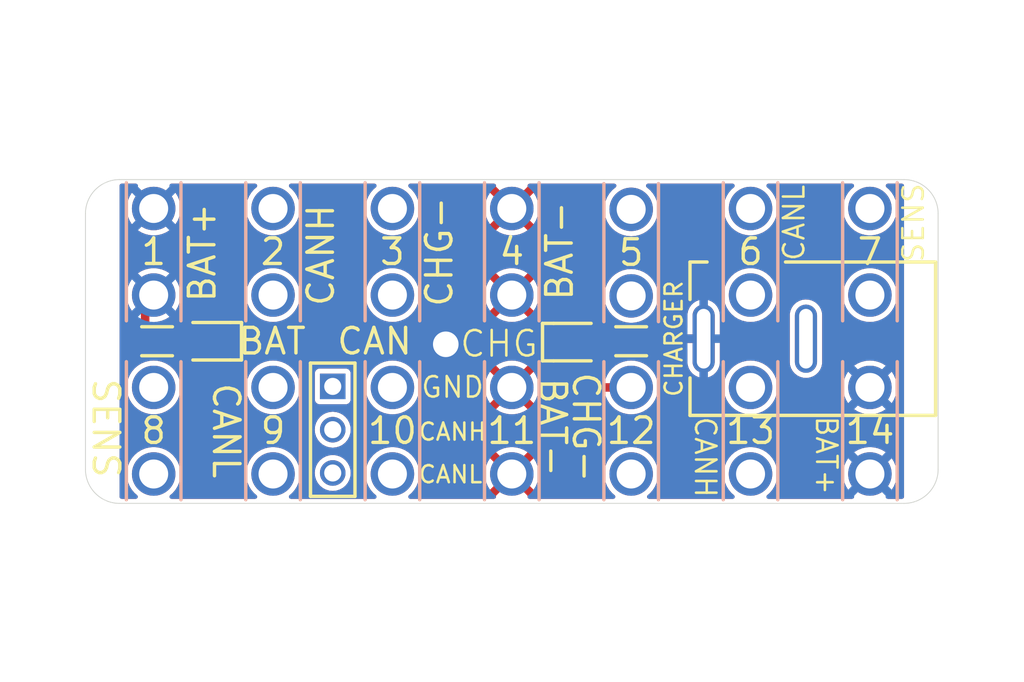
<source format=kicad_pcb>
(kicad_pcb (version 20221018) (generator pcbnew)

  (general
    (thickness 1.6)
  )

  (paper "A5")
  (title_block
    (title "RPH0002 connector")
    (date "$date$")
    (rev "$version$.$revision$")
    (company "CuVoodoo")
    (comment 1 "King Kévin")
    (comment 2 "CERN-OHL-S")
  )

  (layers
    (0 "F.Cu" signal)
    (1 "In1.Cu" signal)
    (2 "In2.Cu" signal)
    (31 "B.Cu" signal)
    (36 "B.SilkS" user "B.Silkscreen")
    (37 "F.SilkS" user "F.Silkscreen")
    (38 "B.Mask" user)
    (39 "F.Mask" user)
    (44 "Edge.Cuts" user)
    (45 "Margin" user)
    (46 "B.CrtYd" user "B.Courtyard")
    (47 "F.CrtYd" user "F.Courtyard")
    (48 "B.Fab" user)
    (49 "F.Fab" user)
  )

  (setup
    (stackup
      (layer "F.SilkS" (type "Top Silk Screen") (color "White"))
      (layer "F.Mask" (type "Top Solder Mask") (color "Green") (thickness 0.01))
      (layer "F.Cu" (type "copper") (thickness 0.035))
      (layer "dielectric 1" (type "prepreg") (thickness 0.1) (material "FR4") (epsilon_r 4.5) (loss_tangent 0.02))
      (layer "In1.Cu" (type "copper") (thickness 0.035))
      (layer "dielectric 2" (type "core") (thickness 1.24) (material "FR4") (epsilon_r 4.5) (loss_tangent 0.02))
      (layer "In2.Cu" (type "copper") (thickness 0.035))
      (layer "dielectric 3" (type "prepreg") (thickness 0.1) (material "FR4") (epsilon_r 4.5) (loss_tangent 0.02))
      (layer "B.Cu" (type "copper") (thickness 0.035))
      (layer "B.Mask" (type "Bottom Solder Mask") (color "Green") (thickness 0.01))
      (layer "B.SilkS" (type "Bottom Silk Screen") (color "White"))
      (copper_finish "None")
      (dielectric_constraints no)
    )
    (pad_to_mask_clearance 0)
    (aux_axis_origin 20 20)
    (grid_origin 49.985786 39.5)
    (pcbplotparams
      (layerselection 0x00010fc_ffffffff)
      (plot_on_all_layers_selection 0x0000000_00000000)
      (disableapertmacros false)
      (usegerberextensions false)
      (usegerberattributes true)
      (usegerberadvancedattributes true)
      (creategerberjobfile true)
      (dashed_line_dash_ratio 12.000000)
      (dashed_line_gap_ratio 3.000000)
      (svgprecision 6)
      (plotframeref false)
      (viasonmask false)
      (mode 1)
      (useauxorigin false)
      (hpglpennumber 1)
      (hpglpenspeed 20)
      (hpglpendiameter 15.000000)
      (dxfpolygonmode true)
      (dxfimperialunits true)
      (dxfusepcbnewfont true)
      (psnegative false)
      (psa4output false)
      (plotreference true)
      (plotvalue true)
      (plotinvisibletext false)
      (sketchpadsonfab false)
      (subtractmaskfromsilk false)
      (outputformat 1)
      (mirror false)
      (drillshape 1)
      (scaleselection 1)
      (outputdirectory "")
    )
  )

  (net 0 "")
  (net 1 "+BATT")
  (net 2 "GND")
  (net 3 "/CANH")
  (net 4 "/CANL")
  (net 5 "-BATT")
  (net 6 "/VSENSE")
  (net 7 "Net-(D1-A)")
  (net 8 "Net-(D2-A)")
  (net 9 "unconnected-(T5-Pad1)")
  (net 10 "unconnected-(T10-Pad1)")

  (footprint "qeda:CONNECTOR_HEADER-2.54-1X3" (layer "F.Cu") (at 39.485786 39.44))

  (footprint "qeda:CONNECTOR_DC-005_2.0" (layer "F.Cu") (at 67.635786 34.1))

  (footprint "qeda:UPC2012X80N" (layer "F.Cu") (at 32.385786 34.25 -90))

  (footprint "qeda:UPC2012X80N" (layer "F.Cu") (at 53.535786 34.3 90))

  (footprint "qeda:UC1608X55N" (layer "F.Cu") (at 56.985786 34.25 -90))

  (footprint "qeda:UC1608X55N" (layer "F.Cu") (at 29.185786 34.25 90))

  (footprint "qeda:CONNECTOR_MOLEX_197054001" (layer "B.Cu") (at 56.985786 29.05 -90))

  (footprint "qeda:CONNECTOR_MOLEX_197054001" (layer "B.Cu") (at 28.985786 29 -90))

  (footprint "qeda:CONNECTOR_MOLEX_197054001" (layer "B.Cu") (at 35.985786 39.5 -90))

  (footprint "qeda:CONNECTOR_MOLEX_197054001" (layer "B.Cu") (at 35.985786 29 -90))

  (footprint "qeda:CONNECTOR_MOLEX_197054001" (layer "B.Cu") (at 42.985786 29 -90))

  (footprint "qeda:CONNECTOR_MOLEX_197054001" (layer "B.Cu") (at 42.985786 39.5 -90))

  (footprint "qeda:CONNECTOR_MOLEX_197054001" (layer "B.Cu") (at 56.985786 39.5 -90))

  (footprint "qeda:CONNECTOR_MOLEX_197054001" (layer "B.Cu") (at 63.985786 29 -90))

  (footprint "qeda:CONNECTOR_MOLEX_197054001" (layer "B.Cu") (at 28.985786 39.5 -90))

  (footprint "qeda:CONNECTOR_MOLEX_197054001" (layer "B.Cu") (at 63.985786 39.5 -90))

  (footprint "qeda:CONNECTOR_MOLEX_197054001" (layer "B.Cu") (at 70.985786 39.5 -90))

  (footprint "qeda:CONNECTOR_MOLEX_197054001" (layer "B.Cu") (at 49.985786 29 -90))

  (footprint "qeda:CONNECTOR_MOLEX_197054001" (layer "B.Cu") (at 49.985786 39.5 -90))

  (footprint "qeda:CONNECTOR_MOLEX_197054001" (layer "B.Cu") (at 70.985786 29 -90))

  (gr_arc (start 26.985786 43.764214) (mid 25.571572 43.178428) (end 24.985786 41.764214)
    (stroke (width 0.05) (type default)) (layer "Edge.Cuts") (tstamp 342eb91d-c07b-44dd-a85c-36f6e2176a73))
  (gr_arc (start 72.985786 24.764214) (mid 74.4 25.35) (end 74.985786 26.764214)
    (stroke (width 0.05) (type default)) (layer "Edge.Cuts") (tstamp 6abc7dae-cb50-49ca-a037-5781109e30dc))
  (gr_line (start 74.985786 26.764214) (end 74.985786 41.764214)
    (stroke (width 0.05) (type default)) (layer "Edge.Cuts") (tstamp 7da92b4d-d752-4c6c-89a4-63479e4ecbe5))
  (gr_arc (start 74.985786 41.764214) (mid 74.4 43.178428) (end 72.985786 43.764214)
    (stroke (width 0.05) (type default)) (layer "Edge.Cuts") (tstamp 8eb7524f-20c3-4380-9044-e4d55e3ce262))
  (gr_line (start 26.985786 24.764214) (end 72.985786 24.764214)
    (stroke (width 0.05) (type default)) (layer "Edge.Cuts") (tstamp a1d03430-ce5c-47b7-9c21-2137c4dec481))
  (gr_line (start 72.985786 43.764214) (end 26.985786 43.764214)
    (stroke (width 0.05) (type default)) (layer "Edge.Cuts") (tstamp a4212345-cc03-42c6-947e-158edaf1d930))
  (gr_line (start 24.985786 41.764214) (end 24.985786 26.764214)
    (stroke (width 0.05) (type default)) (layer "Edge.Cuts") (tstamp e5f27f60-c19b-439d-a27d-b673701a23e6))
  (gr_arc (start 24.985786 26.764214) (mid 25.571572 25.35) (end 26.985786 24.764214)
    (stroke (width 0.05) (type default)) (layer "Edge.Cuts") (tstamp f46f2b02-3d05-4342-9764-ce22a9bf09b8))
  (gr_line (start 29.5 54.25) (end 35.25 48.5)
    (stroke (width 0.05) (type default)) (layer "F.Fab") (tstamp 02fc440b-f78b-444a-a8ca-0edb52e37c97))
  (gr_arc (start 75.25 42) (mid 74.664214 43.414214) (end 73.25 44)
    (stroke (width 0.05) (type default)) (layer "F.Fab") (tstamp 0d135d26-62c3-436b-8849-716a9781031e))
  (gr_line (start 73.25 44) (end 26.75 44)
    (stroke (width 0.05) (type default)) (layer "F.Fab") (tstamp 0d828d3f-5330-416b-9856-b1326a7dce3c))
  (gr_line (start 80 20) (end 80 48.5)
    (stroke (width 0.05) (type default)) (layer "F.Fab") (tstamp 1402cb3a-e2e4-4e6f-a618-e3ba0bd544d5))
  (gr_line (start 70.5 14.25) (end 64.75 20)
    (stroke (width 0.05) (type default)) (layer "F.Fab") (tstamp 1d175e6e-c532-4943-8d3f-6ac4ed695527))
  (gr_arc (start 73.25 24.5) (mid 74.664214 25.085786) (end 75.25 26.5)
    (stroke (width 0.05) (type default)) (layer "F.Fab") (tstamp 1fb9a2aa-bd07-4870-90fd-89b3c90babae))
  (gr_line (start 29.5 14.25) (end 23.75 20)
    (stroke (width 0.05) (type default)) (layer "F.Fab") (tstamp 2efcbd9c-e137-4fd8-a727-f880278bd4e1))
  (gr_line (start 20 48.5) (end 20 20)
    (stroke (width 0.05) (type default)) (layer "F.Fab") (tstamp 3fde4e5e-4217-416e-a36a-c5a3d2245d3d))
  (gr_line (start 80 48.5) (end 20 48.5)
    (stroke (width 0.05) (type default)) (layer "F.Fab") (tstamp 45c55ef6-8fc4-409c-9e6c-4b362caa30d1))
  (gr_circle (center 29.5 17.75) (end 31 17.75)
    (stroke (width 0.05) (type default)) (fill none) (layer "F.Fab") (tstamp 4824c618-b7d2-46ff-8644-3ce13aedf67b))
  (gr_line (start 76.25 48.5) (end 80 44.75)
    (stroke (width 0.05) (type default)) (layer "F.Fab") (tstamp 4f61859e-5415-4370-894b-8b581bef8397))
  (gr_arc (start 26.75 44) (mid 25.335786 43.414214) (end 24.75 42)
    (stroke (width 0.05) (type default)) (layer "F.Fab") (tstamp 5675716a-c949-4d1c-b4c5-6236872eeb70))
  (gr_circle (center 29.5 50.75) (end 31 50.75)
    (stroke (width 0.05) (type default)) (fill none) (layer "F.Fab") (tstamp 56cdc4e4-67ce-4d5e-8a98-fb4cfc940448))
  (gr_line (start 70.5 54.25) (end 76.25 48.5)
    (stroke (width 0.05) (type default)) (layer "F.Fab") (tstamp 5e03357a-c2dd-49dd-bf30-f003b6775485))
  (gr_arc (start 24.75 26.5) (mid 25.335786 25.085786) (end 26.75 24.5)
    (stroke (width 0.05) (type default)) (layer "F.Fab") (tstamp 6293f4cb-e592-405f-bd5c-05b3573b858e))
  (gr_line (start 26.75 24.5) (end 73.25 24.5)
    (stroke (width 0.05) (type default)) (layer "F.Fab") (tstamp 64597d40-2fdc-40bb-9367-5ca80742740e))
  (gr_line (start 23.75 48.5) (end 20 44.75)
    (stroke (width 0.05) (type default)) (layer "F.Fab") (tstamp 6ec36def-2eec-47fb-81b3-a343cffc2925))
  (gr_circle (center 70.5 50.75) (end 72 50.75)
    (stroke (width 0.05) (type default)) (fill none) (layer "F.Fab") (tstamp 751330ce-0b4d-4554-9405-bf299f986087))
  (gr_circle (center 70.5 17.75) (end 72 17.75)
    (stroke (width 0.05) (type default)) (fill none) (layer "F.Fab") (tstamp 77180ec7-2495-44db-b508-d0afeffc4d93))
  (gr_line (start 75.25 26.5) (end 75.25 42)
    (stroke (width 0.05) (type default)) (layer "F.Fab") (tstamp a1ee82a8-4dc8-498b-bc1b-3d816008f32a))
  (gr_line (start 29.5 54.25) (end 23.75 48.5)
    (stroke (width 0.05) (type default)) (layer "F.Fab") (tstamp a2d4981b-d0e4-4c8b-a8e1-8462d2508919))
  (gr_line (start 29.5 14.25) (end 35.25 20)
    (stroke (width 0.05) (type default)) (layer "F.Fab") (tstamp b5176e3d-a835-49d6-acfa-654faf6f3917))
  (gr_line (start 76.25 20) (end 80 23.75)
    (stroke (width 0.05) (type default)) (layer "F.Fab") (tstamp c4b553b1-89f0-4467-842e-37164db96262))
  (gr_line (start 70.5 54.25) (end 64.75 48.5)
    (stroke (width 0.05) (type default)) (layer "F.Fab") (tstamp cf08bfd2-500e-472d-93ee-1b98cf5fbc31))
  (gr_line (start 24.75 42) (end 24.75 26.5)
    (stroke (width 0.05) (type default)) (layer "F.Fab") (tstamp da38f2ee-9a21-4474-9afb-9ce5c91ed6f7))
  (gr_line (start 23.75 20) (end 20 23.75)
    (stroke (width 0.05) (type default)) (layer "F.Fab") (tstamp ddd5e869-06ea-4488-acee-d1eb412b5cf1))
  (gr_line (start 70.5 14.25) (end 76.25 20)
    (stroke (width 0.05) (type default)) (layer "F.Fab") (tstamp e157c165-dc88-4910-bbd2-e0ae6f290c3f))
  (gr_line (start 20 20) (end 80 20)
    (stroke (width 0.05) (type default)) (layer "F.Fab") (tstamp e880b3d6-bab9-448f-b9d4-a9f2ef96d0ce))
  (gr_text "SENS" (at 73.535786 27.3 90) (layer "F.SilkS") (tstamp 0564112f-8d43-4beb-9323-3795d5d65b6e)
    (effects (font (size 1.2 1.2) (thickness 0.15)))
  )
  (gr_text "BAT-" (at 52.785786 28.95 90) (layer "F.SilkS") (tstamp 109b4996-28a0-4eaa-b4b2-ee974dc704d8)
    (effects (font (size 1.5 1.5) (thickness 0.2)))
  )
  (gr_text "CANH" (at 38.785786 29.2 90) (layer "F.SilkS") (tstamp 15e03d4d-c9c9-4043-8a2d-dee5d7121913)
    (effects (font (size 1.5 1.5) (thickness 0.2)))
  )
  (gr_text "BAT+" (at 31.835786 29.05 90) (layer "F.SilkS") (tstamp 1d127f4e-c169-419a-9f76-10a8486a9fb1)
    (effects (font (size 1.5 1.5) (thickness 0.2)))
  )
  (gr_text "GND" (at 44.585786 37.65) (layer "F.SilkS") (tstamp 27044132-88c4-4302-9267-cfa60abc4eb9)
    (effects (font (size 1.2 1.2) (thickness 0.15)) (justify left bottom))
  )
  (gr_text "CANH" (at 44.435786 40.15) (layer "F.SilkS") (tstamp 4dabd3df-0f0b-4a4f-a3bb-4f95209bfe53)
    (effects (font (size 1 1) (thickness 0.15)) (justify left bottom))
  )
  (gr_text "CHG-" (at 45.735786 29 90) (layer "F.SilkS") (tstamp 66e1ed72-05d0-4d0d-b781-22049cdd9dc6)
    (effects (font (size 1.5 1.5) (thickness 0.2)))
  )
  (gr_text "CANH" (at 61.335786 41.05 270) (layer "F.SilkS") (tstamp 77473db9-4f61-49f1-b605-d7bd5cbba2fd)
    (effects (font (size 1.2 1.2) (thickness 0.15)))
  )
  (gr_text "CANL" (at 66.535786 27.3 90) (layer "F.SilkS") (tstamp 8394bbb0-841e-419b-932c-a1603cfb69ae)
    (effects (font (size 1.2 1.2) (thickness 0.15)))
  )
  (gr_text "CANL" (at 33.235786 39.5 270) (layer "F.SilkS") (tstamp 99348367-6d3a-45f4-b9f4-bc7efc85a003)
    (effects (font (size 1.5 1.5) (thickness 0.2)))
  )
  (gr_text "BAT-" (at 52.385786 39.3 270) (layer "F.SilkS") (tstamp c9a3d4a7-898c-4854-be87-33c468305507)
    (effects (font (size 1.5 1.5) (thickness 0.2)))
  )
  (gr_text "SENS" (at 26.185786 39.35 270) (layer "F.SilkS") (tstamp d559aa4f-0f83-433e-8e74-9d7124d215c8)
    (effects (font (size 1.5 1.5) (thickness 0.2)))
  )
  (gr_text "BAT+" (at 68.435786 40.95 270) (layer "F.SilkS") (tstamp e143964e-9da1-4fac-a820-e2dbf493a9c4)
    (effects (font (size 1.2 1.2) (thickness 0.15)))
  )
  (gr_text "CANL" (at 44.435786 42.65) (layer "F.SilkS") (tstamp e5a114e3-ade5-40ea-8c72-da97e4403854)
    (effects (font (size 1 1) (thickness 0.15)) (justify left bottom))
  )
  (gr_text "CHG-" (at 54.335786 39.3 270) (layer "F.SilkS") (tstamp fa25b7cb-d6b2-42ea-8ab4-fb1ddbc03ea6)
    (effects (font (size 1.5 1.5) (thickness 0.2)))
  )

  (segment (start 28.485786 34.25) (end 28.485786 32.04) (width 0.5) (layer "F.Cu") (net 1) (tstamp 01ab1429-cad2-459d-bdc8-c57846d6722d))
  (segment (start 28.485786 32.04) (end 28.985786 31.54) (width 0.5) (layer "F.Cu") (net 1) (tstamp 0a531073-8421-4212-8599-1c3b665802fd))
  (segment (start 61.235786 34.1) (end 57.835786 34.1) (width 0.5) (layer "F.Cu") (net 1) (tstamp 0d6d6619-bf28-41be-934a-a40283f45b49))
  (segment (start 57.835786 34.1) (end 57.685786 34.25) (width 0.5) (layer "F.Cu") (net 1) (tstamp b103a8ea-09d0-4799-9a79-9856b03f7560))
  (segment (start 52.635786 35.6) (end 52.635786 34.3) (width 0.5) (layer "F.Cu") (net 2) (tstamp 66dd5b76-6223-4116-afd0-280b35375e32))
  (segment (start 53.995786 36.96) (end 52.635786 35.6) (width 0.5) (layer "F.Cu") (net 2) (tstamp 9b417cf9-bbed-40ba-aa1d-c4251c7f1d84))
  (segment (start 56.985786 36.96) (end 53.995786 36.96) (width 0.5) (layer "F.Cu") (net 2) (tstamp cb15d415-5344-4bd8-9c70-a1511c607259))
  (segment (start 39.485786 35.04) (end 42.985786 31.54) (width 0.5) (layer "In1.Cu") (net 2) (tstamp 00866398-9a9f-49aa-a3f1-8aa3f6f5001e))
  (segment (start 39.485786 36.9) (end 39.485786 35.04) (width 0.5) (layer "In1.Cu") (net 2) (tstamp cbab7e0d-513c-4713-bc76-6ad7e2ea3b7c))
  (segment (start 63.985786 36.96) (end 63.985786 42.04) (width 0.5) (layer "In1.Cu") (net 3) (tstamp 08c9756e-dc9c-48b6-a943-cdbb751478f8))
  (segment (start 52.585786 29.85) (end 59.695786 36.96) (width 0.5) (layer "In1.Cu") (net 3) (tstamp 14f879d8-59cf-4599-83bc-dab877d8cc02))
  (segment (start 35.985786 31.54) (end 37.710786 29.815) (width 0.5) (layer "In1.Cu") (net 3) (tstamp 1d0f6d53-65b9-40a0-bc8a-97eb35f2ca67))
  (segment (start 50.700305 29.815) (end 50.735305 29.85) (width 0.5) (layer "In1.Cu") (net 3) (tstamp 276af207-647e-45f5-a50b-77234759f8d6))
  (segment (start 50.735305 29.85) (end 52.585786 29.85) (width 0.5) (layer "In1.Cu") (net 3) (tstamp 440acd5c-b7c4-4b85-af5f-4ff69bcd1eb3))
  (segment (start 37.985786 33.54) (end 35.985786 31.54) (width 0.5) (layer "In1.Cu") (net 3) (tstamp 638e39a8-7d5a-4a00-952c-87adba4c9810))
  (segment (start 37.710786 29.815) (end 50.700305 29.815) (width 0.5) (layer "In1.Cu") (net 3) (tstamp 8b493676-1160-4fd6-a499-fb0752690b0a))
  (segment (start 37.985786 37.94) (end 37.985786 33.54) (width 0.5) (layer "In1.Cu") (net 3) (tstamp 9b137387-c20f-42c1-8394-7e715dacb18c))
  (segment (start 59.695786 36.96) (end 63.985786 36.96) (width 0.5) (layer "In1.Cu") (net 3) (tstamp b925489e-2f0c-4c87-b8aa-2e634c99e7bb))
  (segment (start 39.485786 39.44) (end 37.985786 37.94) (width 0.5) (layer "In1.Cu") (net 3) (tstamp ee7d4d00-44ce-49db-9f16-b836bac67a52))
  (segment (start 35.985786 26.46) (end 35.985786 31.54) (width 0.5) (layer "In2.Cu") (net 3) (tstamp 2375b151-e879-4f47-80cc-077d9dc77dc7))
  (segment (start 62.210786 28.235) (end 36.100786 28.235) (width 0.5) (layer "In1.Cu") (net 4) (tstamp 0b3a9998-6d52-407a-81bb-733d46566736))
  (segment (start 33.685786 34.66) (end 35.985786 36.96) (width 0.5) (layer "In1.Cu") (net 4) (tstamp 7445be77-01d3-467c-9f24-4dfd35b879b0))
  (segment (start 39.425786 42.04) (end 39.485786 41.98) (width 0.5) (layer "In1.Cu") (net 4) (tstamp 88267996-dbb2-4c80-9885-094703ee01f7))
  (segment (start 63.985786 26.46) (end 62.210786 28.235) (width 0.5) (layer "In1.Cu") (net 4) (tstamp a9d21b39-9ea8-4401-9c15-9d61eb9a8473))
  (segment (start 33.685786 30.65) (end 33.685786 34.66) (width 0.5) (layer "In1.Cu") (net 4) (tstamp b116e262-8b5d-4273-be83-ddc222c1366d))
  (segment (start 35.985786 36.96) (end 35.985786 42.04) (width 0.5) (layer "In1.Cu") (net 4) (tstamp e837e57b-9d13-4769-ad55-d0be8d0130a7))
  (segment (start 63.985786 31.54) (end 63.985786 26.46) (width 0.5) (layer "In1.Cu") (net 4) (tstamp e9185d9a-ae68-412c-86cd-4faae595747a))
  (segment (start 36.100786 28.235) (end 33.685786 30.65) (width 0.5) (layer "In1.Cu") (net 4) (tstamp f5858f09-4866-4115-a8a3-87a4c44fe7a8))
  (segment (start 35.985786 42.04) (end 39.425786 42.04) (width 0.5) (layer "In1.Cu") (net 4) (tstamp fd41be5e-1210-4938-8150-f7e36dbfc4f9))
  (via (at 46.114291 34.428505) (size 2.5) (drill 1.5) (layers "F.Cu" "B.Cu") (free) (net 5) (tstamp 4944b744-73ce-4fd3-89a3-80fe985e85c5))
  (segment (start 28.985786 42.04) (end 28.985786 36.96) (width 0.5) (layer "In1.Cu") (net 6) (tstamp 0a3ead5f-5104-48ad-a863-82a63001e9b9))
  (segment (start 70.985786 26.46) (end 70.985786 31.54) (width 0.5) (layer "In1.Cu") (net 6) (tstamp 7ca8888c-8e3c-40ac-bdaa-63c0d97a57b9))
  (segment (start 29.935786 34.2) (end 28.985786 35.15) (width 0.5) (layer "In2.Cu") (net 6) (tstamp 20b6fe60-b31e-424d-bfcc-f494d7beca15))
  (segment (start 70.985786 31.54) (end 68.495786 29.05) (width 0.5) (layer "In2.Cu") (net 6) (tstamp 43eda13d-e73c-492f-8819-71e4d9d6516e))
  (segment (start 28.985786 35.15) (end 28.985786 36.96) (width 0.5) (layer "In2.Cu") (net 6) (tstamp 5fbca69b-6bc5-414d-9eeb-0ff94564691b))
  (segment (start 48.735786 29.05) (end 43.585786 34.2) (width 0.5) (layer "In2.Cu") (net 6) (tstamp 685c46ce-d722-4ee9-8e25-8766ae5bb193))
  (segment (start 43.585786 34.2) (end 29.935786 34.2) (width 0.5) (layer "In2.Cu") (net 6) (tstamp 8973bff7-ca31-40bc-a316-1c258532ed0c))
  (segment (start 68.495786 29.05) (end 48.735786 29.05) (width 0.5) (layer "In2.Cu") (net 6) (tstamp a8ce06ec-6178-4cbc-9084-b71270bcdc8a))
  (segment (start 29.885786 34.25) (end 31.485786 34.25) (width 0.5) (layer "F.Cu") (net 7) (tstamp a0da5b59-f4cb-44e5-9712-3dfd310c95ae))
  (segment (start 56.285786 34.25) (end 54.485786 34.25) (width 0.5) (layer "F.Cu") (net 8) (tstamp a7df3e0a-5f25-435b-ba43-3bbf38d6301b))
  (segment (start 54.485786 34.25) (end 54.435786 34.3) (width 0.5) (layer "F.Cu") (net 8) (tstamp e7e4a732-340f-4851-a2fd-11af40ec680e))

  (zone (net 5) (net_name "-BATT") (layer "F.Cu") (tstamp aedd8c27-f25d-47a1-9817-7de4a7ca7923) (hatch edge 0.5)
    (priority 1)
    (connect_pads (clearance 0.3))
    (min_thickness 0.25) (filled_areas_thickness no)
    (fill yes (thermal_gap 0.3) (thermal_bridge_width 0.5))
    (polygon
      (pts
        (xy 26.985786 25)
        (xy 72.985786 25)
        (xy 72.985786 43.5)
        (xy 26.985786 43.5)
      )
    )
    (filled_polygon
      (layer "F.Cu")
      (pts
        (xy 28.000242 25.019685)
        (xy 28.045997 25.072489)
        (xy 28.055941 25.141647)
        (xy 28.026916 25.205203)
        (xy 28.013735 25.21829)
        (xy 27.868294 25.342508)
        (xy 27.707239 25.531078)
        (xy 27.707236 25.531083)
        (xy 27.577663 25.742525)
        (xy 27.482762 25.971637)
        (xy 27.424871 26.212771)
        (xy 27.405414 26.46)
        (xy 27.424871 26.707228)
        (xy 27.482762 26.948362)
        (xy 27.577663 27.177474)
        (xy 27.707236 27.388916)
        (xy 27.707239 27.388921)
        (xy 27.780244 27.474399)
        (xy 27.868294 27.577492)
        (xy 27.926836 27.627491)
        (xy 28.056864 27.738546)
        (xy 28.056866 27.738547)
        (xy 28.056867 27.738548)
        (xy 28.113765 27.773415)
        (xy 28.268311 27.868122)
        (xy 28.497423 27.963023)
        (xy 28.704353 28.012702)
        (xy 28.738561 28.020915)
        (xy 28.985786 28.040372)
        (xy 29.233011 28.020915)
        (xy 29.474148 27.963023)
        (xy 29.70326 27.868122)
        (xy 29.914705 27.738548)
        (xy 30.103278 27.577492)
        (xy 30.264334 27.388919)
        (xy 30.393908 27.177474)
        (xy 30.488809 26.948362)
        (xy 30.546701 26.707225)
        (xy 30.566158 26.46)
        (xy 30.546701 26.212775)
        (xy 30.521174 26.106447)
        (xy 30.488809 25.971637)
        (xy 30.393908 25.742525)
        (xy 30.264335 25.531083)
        (xy 30.264332 25.531078)
        (xy 30.206369 25.463213)
        (xy 30.103278 25.342508)
        (xy 29.957837 25.21829)
        (xy 29.919644 25.159783)
        (xy 29.919145 25.089915)
        (xy 29.956499 25.030869)
        (xy 30.019846 25.001391)
        (xy 30.038369 25)
        (xy 34.933203 25)
        (xy 35.000242 25.019685)
        (xy 35.045997 25.072489)
        (xy 35.055941 25.141647)
        (xy 35.026916 25.205203)
        (xy 35.013735 25.21829)
        (xy 34.868294 25.342508)
        (xy 34.707239 25.531078)
        (xy 34.707236 25.531083)
        (xy 34.577663 25.742525)
        (xy 34.482762 25.971637)
        (xy 34.424871 26.212771)
        (xy 34.405414 26.46)
        (xy 34.424871 26.707228)
        (xy 34.482762 26.948362)
        (xy 34.577663 27.177474)
        (xy 34.707236 27.388916)
        (xy 34.707239 27.388921)
        (xy 34.780244 27.474399)
        (xy 34.868294 27.577492)
        (xy 34.926836 27.627491)
        (xy 35.056864 27.738546)
        (xy 35.056866 27.738547)
        (xy 35.056867 27.738548)
        (xy 35.113765 27.773415)
        (xy 35.268311 27.868122)
        (xy 35.497423 27.963023)
        (xy 35.704353 28.012702)
        (xy 35.738561 28.020915)
        (xy 35.985786 28.040372)
        (xy 36.233011 28.020915)
        (xy 36.474148 27.963023)
        (xy 36.70326 27.868122)
        (xy 36.914705 27.738548)
        (xy 37.103278 27.577492)
        (xy 37.264334 27.388919)
        (xy 37.393908 27.177474)
        (xy 37.488809 26.948362)
        (xy 37.546701 26.707225)
        (xy 37.566158 26.46)
        (xy 37.546701 26.212775)
        (xy 37.521174 26.106447)
        (xy 37.488809 25.971637)
        (xy 37.393908 25.742525)
        (xy 37.264335 25.531083)
        (xy 37.264332 25.531078)
        (xy 37.206369 25.463213)
        (xy 37.103278 25.342508)
        (xy 36.957837 25.21829)
        (xy 36.919644 25.159783)
        (xy 36.919145 25.089915)
        (xy 36.956499 25.030869)
        (xy 37.019846 25.001391)
        (xy 37.038369 25)
        (xy 41.933203 25)
        (xy 42.000242 25.019685)
        (xy 42.045997 25.072489)
        (xy 42.055941 25.141647)
        (xy 42.026916 25.205203)
        (xy 42.013735 25.21829)
        (xy 41.868294 25.342508)
        (xy 41.707239 25.531078)
        (xy 41.707236 25.531083)
        (xy 41.577663 25.742525)
        (xy 41.482762 25.971637)
        (xy 41.424871 26.212771)
        (xy 41.405414 26.46)
        (xy 41.424871 26.707228)
        (xy 41.482762 26.948362)
        (xy 41.577663 27.177474)
        (xy 41.707236 27.388916)
        (xy 41.707239 27.388921)
        (xy 41.780244 27.474399)
        (xy 41.868294 27.577492)
        (xy 41.926836 27.627491)
        (xy 42.056864 27.738546)
        (xy 42.056866 27.738547)
        (xy 42.056867 27.738548)
        (xy 42.113765 27.773415)
        (xy 42.268311 27.868122)
        (xy 42.497423 27.963023)
        (xy 42.704353 28.012702)
        (xy 42.738561 28.020915)
        (xy 42.985786 28.040372)
        (xy 43.233011 28.020915)
        (xy 43.474148 27.963023)
        (xy 43.70326 27.868122)
        (xy 43.914705 27.738548)
        (xy 44.103278 27.577492)
        (xy 44.264334 27.388919)
        (xy 44.393908 27.177474)
        (xy 44.488809 26.948362)
        (xy 44.546701 26.707225)
        (xy 44.566158 26.46)
        (xy 44.546701 26.212775)
        (xy 44.521174 26.106447)
        (xy 44.488809 25.971637)
        (xy 44.393908 25.742525)
        (xy 44.264335 25.531083)
        (xy 44.264332 25.531078)
        (xy 44.206369 25.463213)
        (xy 44.103278 25.342508)
        (xy 43.957837 25.21829)
        (xy 43.919644 25.159783)
        (xy 43.919145 25.089915)
        (xy 43.956499 25.030869)
        (xy 44.019846 25.001391)
        (xy 44.038369 25)
        (xy 48.941464 25)
        (xy 49.008503 25.019685)
        (xy 49.054258 25.072489)
        (xy 49.064604 25.138575)
        (xy 49.059662 25.180324)
        (xy 49.587176 25.707838)
        (xy 49.468355 25.779331)
        (xy 49.334128 25.906477)
        (xy 49.230925 26.05869)
        (xy 48.70611 25.533876)
        (xy 48.578111 25.742755)
        (xy 48.578108 25.742761)
        (xy 48.483241 25.97179)
        (xy 48.483237 25.971802)
        (xy 48.425367 26.21285)
        (xy 48.405916 26.46)
        (xy 48.425367 26.707149)
        (xy 48.483237 26.948197)
        (xy 48.483241 26.948209)
        (xy 48.578108 27.177238)
        (xy 48.578111 27.177244)
        (xy 48.70611 27.386122)
        (xy 49.234552 26.857679)
        (xy 49.278102 26.939822)
        (xy 49.397795 27.080735)
        (xy 49.544981 27.192623)
        (xy 49.587187 27.212149)
        (xy 49.059662 27.739674)
        (xy 49.268539 27.867674)
        (xy 49.497576 27.962544)
        (xy 49.497588 27.962548)
        (xy 49.738636 28.020418)
        (xy 49.985786 28.039869)
        (xy 50.232935 28.020418)
        (xy 50.473983 27.962548)
        (xy 50.473995 27.962544)
        (xy 50.703032 27.867674)
        (xy 50.911908 27.739674)
        (xy 50.384395 27.212161)
        (xy 50.503217 27.140669)
        (xy 50.637444 27.013523)
        (xy 50.740647 26.861308)
        (xy 51.26546 27.386122)
        (xy 51.39346 27.177246)
        (xy 51.48833 26.948209)
        (xy 51.488334 26.948197)
        (xy 51.546204 26.707149)
        (xy 51.565655 26.46)
        (xy 51.546204 26.21285)
        (xy 51.488334 25.971802)
        (xy 51.48833 25.97179)
        (xy 51.39346 25.742753)
        (xy 51.26546 25.533876)
        (xy 50.737018 26.062318)
        (xy 50.69347 25.980178)
        (xy 50.573777 25.839265)
        (xy 50.426591 25.727377)
        (xy 50.384382 25.707849)
        (xy 50.911908 25.180324)
        (xy 50.906967 25.138575)
        (xy 50.918635 25.069687)
        (xy 50.965695 25.018042)
        (xy 51.030107 25)
        (xy 55.994891 25)
        (xy 56.06193 25.019685)
        (xy 56.107685 25.072489)
        (xy 56.117629 25.141647)
        (xy 56.088604 25.205203)
        (xy 56.059681 25.229727)
        (xy 56.056869 25.23145)
        (xy 56.056864 25.231453)
        (xy 55.868294 25.392508)
        (xy 55.707239 25.581078)
        (xy 55.707236 25.581083)
        (xy 55.577663 25.792525)
        (xy 55.482762 26.021637)
        (xy 55.424871 26.262771)
        (xy 55.405414 26.51)
        (xy 55.424871 26.757228)
        (xy 55.482762 26.998362)
        (xy 55.577663 27.227474)
        (xy 55.707236 27.438916)
        (xy 55.707239 27.438921)
        (xy 55.780244 27.524399)
        (xy 55.868294 27.627492)
        (xy 55.988999 27.730583)
        (xy 56.056864 27.788546)
        (xy 56.056869 27.788549)
        (xy 56.268311 27.918122)
        (xy 56.497423 28.013023)
        (xy 56.704353 28.062702)
        (xy 56.738561 28.070915)
        (xy 56.985786 28.090372)
        (xy 57.233011 28.070915)
        (xy 57.474148 28.013023)
        (xy 57.70326 27.918122)
        (xy 57.914705 27.788548)
        (xy 58.103278 27.627492)
        (xy 58.264334 27.438919)
        (xy 58.393908 27.227474)
        (xy 58.488809 26.998362)
        (xy 58.546701 26.757225)
        (xy 58.566158 26.51)
        (xy 58.546701 26.262775)
        (xy 58.518072 26.143527)
        (xy 58.488809 26.021637)
        (xy 58.393908 25.792525)
        (xy 58.264335 25.581083)
        (xy 58.264332 25.581078)
        (xy 58.188047 25.49176)
        (xy 58.103278 25.392508)
        (xy 58.000185 25.304458)
        (xy 57.914707 25.231453)
        (xy 57.914702 25.23145)
        (xy 57.911891 25.229727)
        (xy 57.911047 25.228794)
        (xy 57.910766 25.22859)
        (xy 57.910808 25.22853)
        (xy 57.865016 25.177915)
        (xy 57.853593 25.108986)
        (xy 57.88125 25.044823)
        (xy 57.939206 25.005798)
        (xy 57.976681 25)
        (xy 62.933203 25)
        (xy 63.000242 25.019685)
        (xy 63.045997 25.072489)
        (xy 63.055941 25.141647)
        (xy 63.026916 25.205203)
        (xy 63.013735 25.21829)
        (xy 62.868294 25.342508)
        (xy 62.707239 25.531078)
        (xy 62.707236 25.531083)
        (xy 62.577663 25.742525)
        (xy 62.482762 25.971637)
        (xy 62.424871 26.212771)
        (xy 62.405414 26.459999)
        (xy 62.424871 26.707228)
        (xy 62.482762 26.948362)
        (xy 62.577663 27.177474)
        (xy 62.707236 27.388916)
        (xy 62.707239 27.388921)
        (xy 62.780244 27.474399)
        (xy 62.868294 27.577492)
        (xy 62.926836 27.627491)
        (xy 63.056864 27.738546)
        (xy 63.056866 27.738547)
        (xy 63.056867 27.738548)
        (xy 63.113765 27.773415)
        (xy 63.268311 27.868122)
        (xy 63.497423 27.963023)
        (xy 63.704353 28.012702)
        (xy 63.738561 28.020915)
        (xy 63.985786 28.040372)
        (xy 64.233011 28.020915)
        (xy 64.474148 27.963023)
        (xy 64.70326 27.868122)
        (xy 64.914705 27.738548)
        (xy 65.103278 27.577492)
        (xy 65.264334 27.388919)
        (xy 65.393908 27.177474)
        (xy 65.488809 26.948362)
        (xy 65.546701 26.707225)
        (xy 65.566158 26.46)
        (xy 65.546701 26.212775)
        (xy 65.521174 26.106447)
        (xy 65.488809 25.971637)
        (xy 65.393908 25.742525)
        (xy 65.264335 25.531083)
        (xy 65.264332 25.531078)
        (xy 65.206369 25.463213)
        (xy 65.103278 25.342508)
        (xy 64.957837 25.21829)
        (xy 64.919644 25.159783)
        (xy 64.919145 25.089915)
        (xy 64.956499 25.030869)
        (xy 65.019846 25.001391)
        (xy 65.038369 25)
        (xy 69.933203 25)
        (xy 70.000242 25.019685)
        (xy 70.045997 25.072489)
        (xy 70.055941 25.141647)
        (xy 70.026916 25.205203)
        (xy 70.013735 25.21829)
        (xy 69.868294 25.342508)
        (xy 69.707239 25.531078)
        (xy 69.707236 25.531083)
        (xy 69.577663 25.742525)
        (xy 69.482762 25.971637)
        (xy 69.424871 26.212771)
        (xy 69.405414 26.46)
        (xy 69.424871 26.707228)
        (xy 69.482762 26.948362)
        (xy 69.577663 27.177474)
        (xy 69.707236 27.388916)
        (xy 69.707239 27.388921)
        (xy 69.780244 27.474399)
        (xy 69.868294 27.577492)
        (xy 69.926836 27.627491)
        (xy 70.056864 27.738546)
        (xy 70.056866 27.738547)
        (xy 70.056867 27.738548)
        (xy 70.113765 27.773415)
        (xy 70.268311 27.868122)
        (xy 70.497423 27.963023)
        (xy 70.704353 28.012702)
        (xy 70.738561 28.020915)
        (xy 70.985786 28.040372)
        (xy 71.233011 28.020915)
        (xy 71.474148 27.963023)
        (xy 71.70326 27.868122)
        (xy 71.914705 27.738548)
        (xy 72.103278 27.577492)
        (xy 72.264334 27.388919)
        (xy 72.393908 27.177474)
        (xy 72.488809 26.948362)
        (xy 72.546701 26.707225)
        (xy 72.566158 26.46)
        (xy 72.546701 26.212775)
        (xy 72.521174 26.106447)
        (xy 72.488809 25.971637)
        (xy 72.393908 25.742525)
        (xy 72.264335 25.531083)
        (xy 72.264332 25.531078)
        (xy 72.206369 25.463213)
        (xy 72.103278 25.342508)
        (xy 71.957837 25.21829)
        (xy 71.919644 25.159783)
        (xy 71.919145 25.089915)
        (xy 71.956499 25.030869)
        (xy 72.019846 25.001391)
        (xy 72.038369 25)
        (xy 72.861786 25)
        (xy 72.928825 25.019685)
        (xy 72.97458 25.072489)
        (xy 72.985786 25.124)
        (xy 72.985786 43.376)
        (xy 72.966101 43.443039)
        (xy 72.913297 43.488794)
        (xy 72.861786 43.5)
        (xy 72.038369 43.5)
        (xy 71.97133 43.480315)
        (xy 71.925575 43.427511)
        (xy 71.915631 43.358353)
        (xy 71.944656 43.294797)
        (xy 71.957837 43.28171)
        (xy 71.963903 43.276528)
        (xy 72.103278 43.157492)
        (xy 72.264334 42.968919)
        (xy 72.393908 42.757474)
        (xy 72.488809 42.528362)
        (xy 72.546701 42.287225)
        (xy 72.566158 42.04)
        (xy 72.546701 41.792775)
        (xy 72.538488 41.758567)
        (xy 72.488809 41.551637)
        (xy 72.393908 41.322525)
        (xy 72.264335 41.111083)
        (xy 72.264332 41.111078)
        (xy 72.173534 41.004768)
        (xy 72.103278 40.922508)
        (xy 72.000185 40.834458)
        (xy 71.914707 40.761453)
        (xy 71.914702 40.76145)
        (xy 71.70326 40.631877)
        (xy 71.474148 40.536976)
        (xy 71.233014 40.479085)
        (xy 71.047592 40.464492)
        (xy 70.985786 40.459628)
        (xy 70.985785 40.459628)
        (xy 70.738557 40.479085)
        (xy 70.497423 40.536976)
        (xy 70.268311 40.631877)
        (xy 70.056869 40.76145)
        (xy 70.056864 40.761453)
        (xy 69.868294 40.922508)
        (xy 69.707239 41.111078)
        (xy 69.707236 41.111083)
        (xy 69.577663 41.322525)
        (xy 69.482762 41.551637)
        (xy 69.424871 41.792771)
        (xy 69.405414 42.04)
        (xy 69.424871 42.287228)
        (xy 69.482762 42.528362)
        (xy 69.577663 42.757474)
        (xy 69.707236 42.968916)
        (xy 69.707239 42.968921)
        (xy 69.746851 43.0153)
        (xy 69.868294 43.157492)
        (xy 70.002874 43.272434)
        (xy 70.013735 43.28171)
        (xy 70.051928 43.340217)
        (xy 70.052427 43.410085)
        (xy 70.015073 43.469131)
        (xy 69.951726 43.498609)
        (xy 69.933203 43.5)
        (xy 65.038369 43.5)
        (xy 64.97133 43.480315)
        (xy 64.925575 43.427511)
        (xy 64.915631 43.358353)
        (xy 64.944656 43.294797)
        (xy 64.957837 43.28171)
        (xy 64.963903 43.276528)
        (xy 65.103278 43.157492)
        (xy 65.264334 42.968919)
        (xy 65.393908 42.757474)
        (xy 65.488809 42.528362)
        (xy 65.546701 42.287225)
        (xy 65.566158 42.04)
        (xy 65.546701 41.792775)
        (xy 65.538488 41.758567)
        (xy 65.488809 41.551637)
        (xy 65.393908 41.322525)
        (xy 65.264335 41.111083)
        (xy 65.264332 41.111078)
        (xy 65.173534 41.004768)
        (xy 65.103278 40.922508)
        (xy 65.000185 40.834458)
        (xy 64.914707 40.761453)
        (xy 64.914702 40.76145)
        (xy 64.70326 40.631877)
        (xy 64.474148 40.536976)
        (xy 64.233014 40.479085)
        (xy 63.985786 40.459628)
        (xy 63.738557 40.479085)
        (xy 63.497423 40.536976)
        (xy 63.268311 40.631877)
        (xy 63.056869 40.76145)
        (xy 63.056864 40.761453)
        (xy 62.868294 40.922508)
        (xy 62.707239 41.111078)
        (xy 62.707236 41.111083)
        (xy 62.577663 41.322525)
        (xy 62.482762 41.551637)
        (xy 62.424871 41.792771)
        (xy 62.405414 42.039999)
        (xy 62.424871 42.287228)
        (xy 62.482762 42.528362)
        (xy 62.577663 42.757474)
        (xy 62.707236 42.968916)
        (xy 62.707239 42.968921)
        (xy 62.746851 43.0153)
        (xy 62.868294 43.157492)
        (xy 63.002874 43.272434)
        (xy 63.013735 43.28171)
        (xy 63.051928 43.340217)
        (xy 63.052427 43.410085)
        (xy 63.015073 43.469131)
        (xy 62.951726 43.498609)
        (xy 62.933203 43.5)
        (xy 58.038369 43.5)
        (xy 57.97133 43.480315)
        (xy 57.925575 43.427511)
        (xy 57.915631 43.358353)
        (xy 57.944656 43.294797)
        (xy 57.957837 43.28171)
        (xy 57.963903 43.276528)
        (xy 58.103278 43.157492)
        (xy 58.264334 42.968919)
        (xy 58.393908 42.757474)
        (xy 58.488809 42.528362)
        (xy 58.546701 42.287225)
        (xy 58.566158 42.04)
        (xy 58.546701 41.792775)
        (xy 58.538488 41.758567)
        (xy 58.488809 41.551637)
        (xy 58.393908 41.322525)
        (xy 58.264335 41.111083)
        (xy 58.264332 41.111078)
        (xy 58.173534 41.004768)
        (xy 58.103278 40.922508)
        (xy 58.000185 40.834458)
        (xy 57.914707 40.761453)
        (xy 57.914702 40.76145)
        (xy 57.70326 40.631877)
        (xy 57.474148 40.536976)
        (xy 57.233014 40.479085)
        (xy 56.985786 40.459628)
        (xy 56.738557 40.479085)
        (xy 56.497423 40.536976)
        (xy 56.268311 40.631877)
        (xy 56.056869 40.76145)
        (xy 56.056864 40.761453)
        (xy 55.868294 40.922508)
        (xy 55.707239 41.111078)
        (xy 55.707236 41.111083)
        (xy 55.577663 41.322525)
        (xy 55.482762 41.551637)
        (xy 55.424871 41.792771)
        (xy 55.405414 42.039999)
        (xy 55.424871 42.287228)
        (xy 55.482762 42.528362)
        (xy 55.577663 42.757474)
        (xy 55.707236 42.968916)
        (xy 55.707239 42.968921)
        (xy 55.746851 43.0153)
        (xy 55.868294 43.157492)
        (xy 56.002874 43.272434)
        (xy 56.013735 43.28171)
        (xy 56.051928 43.340217)
        (xy 56.052427 43.410085)
        (xy 56.015073 43.469131)
        (xy 55.951726 43.498609)
        (xy 55.933203 43.5)
        (xy 51.030107 43.5)
        (xy 50.963068 43.480315)
        (xy 50.917313 43.427511)
        (xy 50.906967 43.361425)
        (xy 50.911908 43.319674)
        (xy 50.384395 42.792161)
        (xy 50.503217 42.720669)
        (xy 50.637444 42.593523)
        (xy 50.740647 42.441309)
        (xy 51.26546 42.966122)
        (xy 51.39346 42.757246)
        (xy 51.48833 42.528209)
        (xy 51.488334 42.528197)
        (xy 51.546204 42.287149)
        (xy 51.565655 42.04)
        (xy 51.546204 41.79285)
        (xy 51.488334 41.551802)
        (xy 51.48833 41.55179)
        (xy 51.39346 41.322753)
        (xy 51.26546 41.113876)
        (xy 50.737018 41.642318)
        (xy 50.69347 41.560178)
        (xy 50.573777 41.419265)
        (xy 50.426591 41.307377)
        (xy 50.384382 41.287849)
        (xy 50.911908 40.760324)
        (xy 50.70303 40.632325)
        (xy 50.703024 40.632322)
        (xy 50.473995 40.537455)
        (xy 50.473983 40.537451)
        (xy 50.232935 40.479581)
        (xy 49.985785 40.46013)
        (xy 49.738636 40.479581)
        (xy 49.497588 40.537451)
        (xy 49.497576 40.537455)
        (xy 49.268547 40.632322)
        (xy 49.268541 40.632325)
        (xy 49.059662 40.760324)
        (xy 49.587176 41.287838)
        (xy 49.468355 41.359331)
        (xy 49.334128 41.486477)
        (xy 49.230924 41.63869)
        (xy 48.70611 41.113876)
        (xy 48.578111 41.322755)
        (xy 48.578108 41.322761)
        (xy 48.483241 41.55179)
        (xy 48.483237 41.551802)
        (xy 48.425367 41.79285)
        (xy 48.405916 42.04)
        (xy 48.425367 42.287149)
        (xy 48.483237 42.528197)
        (xy 48.483241 42.528209)
        (xy 48.578108 42.757238)
        (xy 48.578111 42.757244)
        (xy 48.70611 42.966122)
        (xy 49.234552 42.437679)
        (xy 49.278102 42.519822)
        (xy 49.397795 42.660735)
        (xy 49.544981 42.772623)
        (xy 49.587187 42.792149)
        (xy 49.059662 43.319674)
        (xy 49.064604 43.361425)
        (xy 49.052936 43.430313)
        (xy 49.005876 43.481958)
        (xy 48.941464 43.5)
        (xy 44.038369 43.5)
        (xy 43.97133 43.480315)
        (xy 43.925575 43.427511)
        (xy 43.915631 43.358353)
        (xy 43.944656 43.294797)
        (xy 43.957837 43.28171)
        (xy 43.963903 43.276528)
        (xy 44.103278 43.157492)
        (xy 44.264334 42.968919)
        (xy 44.393908 42.757474)
        (xy 44.488809 42.528362)
        (xy 44.546701 42.287225)
        (xy 44.566158 42.04)
        (xy 44.546701 41.792775)
        (xy 44.538488 41.758567)
        (xy 44.488809 41.551637)
        (xy 44.393908 41.322525)
        (xy 44.264335 41.111083)
        (xy 44.264332 41.111078)
        (xy 44.173534 41.004768)
        (xy 44.103278 40.922508)
        (xy 44.000185 40.834458)
        (xy 43.914707 40.761453)
        (xy 43.914702 40.76145)
        (xy 43.70326 40.631877)
        (xy 43.474148 40.536976)
        (xy 43.233014 40.479085)
        (xy 43.047592 40.464492)
        (xy 42.985786 40.459628)
        (xy 42.985785 40.459628)
        (xy 42.738557 40.479085)
        (xy 42.497423 40.536976)
        (xy 42.268311 40.631877)
        (xy 42.056869 40.76145)
        (xy 42.056864 40.761453)
        (xy 41.868294 40.922508)
        (xy 41.707239 41.111078)
        (xy 41.707236 41.111083)
        (xy 41.577663 41.322525)
        (xy 41.482762 41.551637)
        (xy 41.424871 41.792771)
        (xy 41.405414 42.04)
        (xy 41.424871 42.287228)
        (xy 41.482762 42.528362)
        (xy 41.577663 42.757474)
        (xy 41.707236 42.968916)
        (xy 41.707239 42.968921)
        (xy 41.746851 43.0153)
        (xy 41.868294 43.157492)
        (xy 42.002874 43.272434)
        (xy 42.013735 43.28171)
        (xy 42.051928 43.340217)
        (xy 42.052427 43.410085)
        (xy 42.015073 43.469131)
        (xy 41.951726 43.498609)
        (xy 41.933203 43.5)
        (xy 37.038369 43.5)
        (xy 36.97133 43.480315)
        (xy 36.925575 43.427511)
        (xy 36.915631 43.358353)
        (xy 36.944656 43.294797)
        (xy 36.957837 43.28171)
        (xy 36.963903 43.276528)
        (xy 37.103278 43.157492)
        (xy 37.264334 42.968919)
        (xy 37.393908 42.757474)
        (xy 37.488809 42.528362)
        (xy 37.546701 42.287225)
        (xy 37.566158 42.04)
        (xy 37.561436 41.98)
        (xy 38.430203 41.98)
        (xy 38.450485 42.185932)
        (xy 38.450486 42.185934)
        (xy 38.510554 42.383954)
        (xy 38.608101 42.56645)
        (xy 38.608103 42.566452)
        (xy 38.739375 42.72641)
        (xy 38.795687 42.772623)
        (xy 38.899336 42.857685)
        (xy 39.081832 42.955232)
        (xy 39.279852 43.0153)
        (xy 39.279851 43.0153)
        (xy 39.300133 43.017297)
        (xy 39.485786 43.035583)
        (xy 39.69172 43.0153)
        (xy 39.88974 42.955232)
        (xy 40.072236 42.857685)
        (xy 40.232196 42.72641)
        (xy 40.363471 42.56645)
        (xy 40.461018 42.383954)
        (xy 40.521086 42.185934)
        (xy 40.541369 41.98)
        (xy 40.521086 41.774066)
        (xy 40.461018 41.576046)
        (xy 40.363471 41.39355)
        (xy 40.30537 41.322753)
        (xy 40.232196 41.233589)
        (xy 40.082917 41.111081)
        (xy 40.072236 41.102315)
        (xy 39.88974 41.004768)
        (xy 39.69172 40.9447)
        (xy 39.691718 40.944699)
        (xy 39.69172 40.944699)
        (xy 39.504249 40.926235)
        (xy 39.485786 40.924417)
        (xy 39.485785 40.924417)
        (xy 39.279853 40.944699)
        (xy 39.081829 41.004769)
        (xy 38.971683 41.063643)
        (xy 38.899336 41.102315)
        (xy 38.899334 41.102316)
        (xy 38.899333 41.102317)
        (xy 38.739375 41.233589)
        (xy 38.608103 41.393547)
        (xy 38.510555 41.576043)
        (xy 38.450485 41.774067)
        (xy 38.430203 41.98)
        (xy 37.561436 41.98)
        (xy 37.546701 41.792775)
        (xy 37.538488 41.758567)
        (xy 37.488809 41.551637)
        (xy 37.393908 41.322525)
        (xy 37.264335 41.111083)
        (xy 37.264332 41.111078)
        (xy 37.173534 41.004768)
        (xy 37.103278 40.922508)
        (xy 37.000185 40.834458)
        (xy 36.914707 40.761453)
        (xy 36.914702 40.76145)
        (xy 36.70326 40.631877)
        (xy 36.474148 40.536976)
        (xy 36.233014 40.479085)
        (xy 35.985786 40.459628)
        (xy 35.738557 40.479085)
        (xy 35.497423 40.536976)
        (xy 35.268311 40.631877)
        (xy 35.056869 40.76145)
        (xy 35.056864 40.761453)
        (xy 34.868294 40.922508)
        (xy 34.707239 41.111078)
        (xy 34.707236 41.111083)
        (xy 34.577663 41.322525)
        (xy 34.482762 41.551637)
        (xy 34.424871 41.792771)
        (xy 34.405414 42.04)
        (xy 34.424871 42.287228)
        (xy 34.482762 42.528362)
        (xy 34.577663 42.757474)
        (xy 34.707236 42.968916)
        (xy 34.707239 42.968921)
        (xy 34.746851 43.0153)
        (xy 34.868294 43.157492)
        (xy 35.002874 43.272434)
        (xy 35.013735 43.28171)
        (xy 35.051928 43.340217)
        (xy 35.052427 43.410085)
        (xy 35.015073 43.469131)
        (xy 34.951726 43.498609)
        (xy 34.933203 43.5)
        (xy 30.038369 43.5)
        (xy 29.97133 43.480315)
        (xy 29.925575 43.427511)
        (xy 29.915631 43.358353)
        (xy 29.944656 43.294797)
        (xy 29.957837 43.28171)
        (xy 29.963903 43.276528)
        (xy 30.103278 43.157492)
        (xy 30.264334 42.968919)
        (xy 30.393908 42.757474)
        (xy 30.488809 42.528362)
        (xy 30.546701 42.287225)
        (xy 30.566158 42.04)
        (xy 30.546701 41.792775)
        (xy 30.538488 41.758567)
        (xy 30.488809 41.551637)
        (xy 30.393908 41.322525)
        (xy 30.264335 41.111083)
        (xy 30.264332 41.111078)
        (xy 30.173534 41.004768)
        (xy 30.103278 40.922508)
        (xy 30.000185 40.834458)
        (xy 29.914707 40.761453)
        (xy 29.914702 40.76145)
        (xy 29.70326 40.631877)
        (xy 29.474148 40.536976)
        (xy 29.233014 40.479085)
        (xy 28.985786 40.459628)
        (xy 28.738557 40.479085)
        (xy 28.497423 40.536976)
        (xy 28.268311 40.631877)
        (xy 28.056869 40.76145)
        (xy 28.056864 40.761453)
        (xy 27.868294 40.922508)
        (xy 27.707239 41.111078)
        (xy 27.707236 41.111083)
        (xy 27.577663 41.322525)
        (xy 27.482762 41.551637)
        (xy 27.424871 41.792771)
        (xy 27.405414 42.04)
        (xy 27.424871 42.287228)
        (xy 27.482762 42.528362)
        (xy 27.577663 42.757474)
        (xy 27.707236 42.968916)
        (xy 27.707239 42.968921)
        (xy 27.746851 43.0153)
        (xy 27.868294 43.157492)
        (xy 28.002874 43.272434)
        (xy 28.013735 43.28171)
        (xy 28.051928 43.340217)
        (xy 28.052427 43.410085)
        (xy 28.015073 43.469131)
        (xy 27.951726 43.498609)
        (xy 27.933203 43.5)
        (xy 27.109786 43.5)
        (xy 27.042747 43.480315)
        (xy 26.996992 43.427511)
        (xy 26.985786 43.376)
        (xy 26.985786 39.44)
        (xy 38.430203 39.44)
        (xy 38.450485 39.645932)
        (xy 38.450486 39.645934)
        (xy 38.510554 39.843954)
        (xy 38.608101 40.02645)
        (xy 38.608103 40.026452)
        (xy 38.739375 40.18641)
        (xy 38.835995 40.265702)
        (xy 38.899336 40.317685)
        (xy 39.081832 40.415232)
        (xy 39.279852 40.4753)
        (xy 39.279851 40.4753)
        (xy 39.300133 40.477297)
        (xy 39.485786 40.495583)
        (xy 39.69172 40.4753)
        (xy 39.88974 40.415232)
        (xy 40.072236 40.317685)
        (xy 40.232196 40.18641)
        (xy 40.363471 40.02645)
        (xy 40.461018 39.843954)
        (xy 40.521086 39.645934)
        (xy 40.541369 39.44)
        (xy 40.521086 39.234066)
        (xy 40.461018 39.036046)
        (xy 40.363471 38.85355)
        (xy 40.311488 38.790209)
        (xy 40.232196 38.693589)
        (xy 40.072238 38.562317)
        (xy 40.072239 38.562317)
        (xy 40.072236 38.562315)
        (xy 39.88974 38.464768)
        (xy 39.69172 38.4047)
        (xy 39.691718 38.404699)
        (xy 39.69172 38.404699)
        (xy 39.504249 38.386235)
        (xy 39.485786 38.384417)
        (xy 39.485785 38.384417)
        (xy 39.279853 38.404699)
        (xy 39.104478 38.457898)
        (xy 39.089151 38.462548)
        (xy 39.081829 38.464769)
        (xy 38.977719 38.520418)
        (xy 38.899336 38.562315)
        (xy 38.899334 38.562316)
        (xy 38.899333 38.562317)
        (xy 38.739375 38.693589)
        (xy 38.608103 38.853547)
        (xy 38.510555 39.036043)
        (xy 38.450485 39.234067)
        (xy 38.430203 39.44)
        (xy 26.985786 39.44)
        (xy 26.985786 36.96)
        (xy 27.405414 36.96)
        (xy 27.424871 37.207228)
        (xy 27.482762 37.448362)
        (xy 27.577663 37.677474)
        (xy 27.707236 37.888916)
        (xy 27.707239 37.888921)
        (xy 27.718585 37.902205)
        (xy 27.868294 38.077492)
        (xy 27.988999 38.180583)
        (xy 28.056864 38.238546)
        (xy 28.056866 38.238547)
        (xy 28.056867 38.238548)
        (xy 28.113765 38.273415)
        (xy 28.268311 38.368122)
        (xy 28.497423 38.463023)
        (xy 28.704353 38.512702)
        (xy 28.738561 38.520915)
        (xy 28.985786 38.540372)
        (xy 29.233011 38.520915)
        (xy 29.474148 38.463023)
        (xy 29.70326 38.368122)
        (xy 29.914705 38.238548)
        (xy 30.103278 38.077492)
        (xy 30.264334 37.888919)
        (xy 30.393908 37.677474)
        (xy 30.488809 37.448362)
        (xy 30.546701 37.207225)
        (xy 30.566158 36.96)
        (xy 34.405414 36.96)
        (xy 34.424871 37.207228)
        (xy 34.482762 37.448362)
        (xy 34.577663 37.677474)
        (xy 34.707236 37.888916)
        (xy 34.707239 37.888921)
        (xy 34.718585 37.902205)
        (xy 34.868294 38.077492)
        (xy 34.988999 38.180583)
        (xy 35.056864 38.238546)
        (xy 35.056866 38.238547)
        (xy 35.056867 38.238548)
        (xy 35.113765 38.273415)
        (xy 35.268311 38.368122)
        (xy 35.497423 38.463023)
        (xy 35.704353 38.512702)
        (xy 35.738561 38.520915)
        (xy 35.985786 38.540372)
        (xy 36.233011 38.520915)
        (xy 36.474148 38.463023)
        (xy 36.70326 38.368122)
        (xy 36.914705 38.238548)
        (xy 37.103278 38.077492)
        (xy 37.264334 37.888919)
        (xy 37.383256 37.694856)
        (xy 38.435286 37.694856)
        (xy 38.435288 37.694882)
        (xy 38.438199 37.719987)
        (xy 38.438201 37.719991)
        (xy 38.483579 37.822764)
        (xy 38.48358 37.822765)
        (xy 38.563021 37.902206)
        (xy 38.665795 37.947585)
        (xy 38.690921 37.9505)
        (xy 40.28065 37.950499)
        (xy 40.280665 37.950497)
        (xy 40.280668 37.950497)
        (xy 40.305773 37.947586)
        (xy 40.305774 37.947585)
        (xy 40.305777 37.947585)
        (xy 40.408551 37.902206)
        (xy 40.487992 37.822765)
        (xy 40.533371 37.719991)
        (xy 40.536286 37.694865)
        (xy 40.536286 36.96)
        (xy 41.405414 36.96)
        (xy 41.424871 37.207228)
        (xy 41.482762 37.448362)
        (xy 41.577663 37.677474)
        (xy 41.707236 37.888916)
        (xy 41.707239 37.888921)
        (xy 41.718585 37.902205)
        (xy 41.868294 38.077492)
        (xy 41.988999 38.180583)
        (xy 42.056864 38.238546)
        (xy 42.056866 38.238547)
        (xy 42.056867 38.238548)
        (xy 42.113765 38.273415)
        (xy 42.268311 38.368122)
        (xy 42.497423 38.463023)
        (xy 42.704353 38.512702)
        (xy 42.738561 38.520915)
        (xy 42.985786 38.540372)
        (xy 43.233011 38.520915)
        (xy 43.474148 38.463023)
        (xy 43.70326 38.368122)
        (xy 43.914705 38.238548)
        (xy 44.103278 38.077492)
        (xy 44.264334 37.888919)
        (xy 44.393908 37.677474)
        (xy 44.488809 37.448362)
        (xy 44.546701 37.207225)
        (xy 44.566158 36.96)
        (xy 48.405916 36.96)
        (xy 48.425367 37.207149)
        (xy 48.483237 37.448197)
        (xy 48.483241 37.448209)
        (xy 48.578108 37.677238)
        (xy 48.578111 37.677244)
        (xy 48.70611 37.886122)
        (xy 49.234552 37.357679)
        (xy 49.278102 37.439822)
        (xy 49.397795 37.580735)
        (xy 49.544981 37.692623)
        (xy 49.587187 37.712149)
        (xy 49.059662 38.239674)
        (xy 49.268539 38.367674)
        (xy 49.497576 38.462544)
        (xy 49.497588 38.462548)
        (xy 49.738636 38.520418)
        (xy 49.985785 38.539869)
        (xy 50.232935 38.520418)
        (xy 50.473983 38.462548)
        (xy 50.473995 38.462544)
        (xy 50.703032 38.367674)
        (xy 50.911908 38.239674)
        (xy 50.384395 37.712161)
        (xy 50.503217 37.640669)
        (xy 50.637444 37.513523)
        (xy 50.740647 37.361308)
        (xy 51.26546 37.886122)
        (xy 51.39346 37.677246)
        (xy 51.48833 37.448209)
        (xy 51.488334 37.448197)
        (xy 51.546204 37.207149)
        (xy 51.565655 36.96)
        (xy 51.546204 36.71285)
        (xy 51.488334 36.471802)
        (xy 51.48833 36.47179)
        (xy 51.39346 36.242753)
        (xy 51.26546 36.033876)
        (xy 50.737018 36.562318)
        (xy 50.69347 36.480178)
        (xy 50.573777 36.339265)
        (xy 50.426591 36.227377)
        (xy 50.384383 36.207849)
        (xy 50.911908 35.680324)
        (xy 50.70303 35.552325)
        (xy 50.703024 35.552322)
        (xy 50.473995 35.457455)
        (xy 50.473983 35.457451)
        (xy 50.232935 35.399581)
        (xy 49.985786 35.38013)
        (xy 49.738636 35.399581)
        (xy 49.497588 35.457451)
        (xy 49.497576 35.457455)
        (xy 49.268547 35.552322)
        (xy 49.268541 35.552325)
        (xy 49.059662 35.680324)
        (xy 49.587176 36.207838)
        (xy 49.468355 36.279331)
        (xy 49.334128 36.406477)
        (xy 49.230924 36.55869)
        (xy 48.70611 36.033876)
        (xy 48.578111 36.242755)
        (xy 48.578108 36.242761)
        (xy 48.483241 36.47179)
        (xy 48.483237 36.471802)
        (xy 48.425367 36.71285)
        (xy 48.405916 36.96)
        (xy 44.566158 36.96)
        (xy 44.546701 36.712775)
        (xy 44.509904 36.559505)
        (xy 44.488809 36.471637)
        (xy 44.393908 36.242525)
        (xy 44.264335 36.031083)
        (xy 44.264332 36.031078)
        (xy 44.182922 35.93576)
        (xy 44.103278 35.842508)
        (xy 43.939833 35.702913)
        (xy 43.914707 35.681453)
        (xy 43.914702 35.68145)
        (xy 43.70326 35.551877)
        (xy 43.474148 35.456976)
        (xy 43.233014 35.399085)
        (xy 42.985786 35.379628)
        (xy 42.738557 35.399085)
        (xy 42.497423 35.456976)
        (xy 42.268311 35.551877)
        (xy 42.056869 35.68145)
        (xy 42.056864 35.681453)
        (xy 41.868294 35.842508)
        (xy 41.707239 36.031078)
        (xy 41.707236 36.031083)
        (xy 41.577663 36.242525)
        (xy 41.482762 36.471637)
        (xy 41.424871 36.712771)
        (xy 41.405414 36.96)
        (xy 40.536286 36.96)
        (xy 40.536285 36.105136)
        (xy 40.536283 36.105117)
        (xy 40.533372 36.080012)
        (xy 40.533371 36.08001)
        (xy 40.533371 36.080009)
        (xy 40.487992 35.977235)
        (xy 40.408551 35.897794)
        (xy 40.388 35.88872)
        (xy 40.305778 35.852415)
        (xy 40.280651 35.8495)
        (xy 38.690929 35.8495)
        (xy 38.690903 35.849502)
        (xy 38.665798 35.852413)
        (xy 38.665794 35.852415)
        (xy 38.563021 35.897793)
        (xy 38.48358 35.977234)
        (xy 38.438201 36.080006)
        (xy 38.438201 36.080008)
        (xy 38.435286 36.105131)
        (xy 38.435286 37.694856)
        (xy 37.383256 37.694856)
        (xy 37.393908 37.677474)
        (xy 37.488809 37.448362)
        (xy 37.546701 37.207225)
        (xy 37.566158 36.96)
        (xy 37.546701 36.712775)
        (xy 37.509904 36.559505)
        (xy 37.488809 36.471637)
        (xy 37.393908 36.242525)
        (xy 37.264335 36.031083)
        (xy 37.264332 36.031078)
        (xy 37.182922 35.93576)
        (xy 37.103278 35.842508)
        (xy 36.939833 35.702913)
        (xy 36.914707 35.681453)
        (xy 36.914702 35.68145)
        (xy 36.70326 35.551877)
        (xy 36.474148 35.456976)
        (xy 36.233014 35.399085)
        (xy 35.985786 35.379628)
        (xy 35.738557 35.399085)
        (xy 35.497423 35.456976)
        (xy 35.268311 35.551877)
        (xy 35.056869 35.68145)
        (xy 35.056864 35.681453)
        (xy 34.868294 35.842508)
        (xy 34.707239 36.031078)
        (xy 34.707236 36.031083)
        (xy 34.577663 36.242525)
        (xy 34.482762 36.471637)
        (xy 34.424871 36.712771)
        (xy 34.405414 36.96)
        (xy 30.566158 36.96)
        (xy 30.546701 36.712775)
        (xy 30.509904 36.559505)
        (xy 30.488809 36.471637)
        (xy 30.393908 36.242525)
        (xy 30.264335 36.031083)
        (xy 30.264332 36.031078)
        (xy 30.182922 35.93576)
        (xy 30.103278 35.842508)
        (xy 29.939833 35.702913)
        (xy 29.914707 35.681453)
        (xy 29.914702 35.68145)
        (xy 29.70326 35.551877)
        (xy 29.474148 35.456976)
        (xy 29.233014 35.399085)
        (xy 28.985786 35.379628)
        (xy 28.738557 35.399085)
        (xy 28.497423 35.456976)
        (xy 28.268311 35.551877)
        (xy 28.056869 35.68145)
        (xy 28.056864 35.681453)
        (xy 27.868294 35.842508)
        (xy 27.707239 36.031078)
        (xy 27.707236 36.031083)
        (xy 27.577663 36.242525)
        (xy 27.482762 36.471637)
        (xy 27.424871 36.712771)
        (xy 27.405414 36.96)
        (xy 26.985786 36.96)
        (xy 26.985786 31.539999)
        (xy 27.405414 31.539999)
        (xy 27.424871 31.787228)
        (xy 27.482762 32.028362)
        (xy 27.577663 32.257474)
        (xy 27.707236 32.468916)
        (xy 27.707239 32.468921)
        (xy 27.780244 32.554399)
        (xy 27.868294 32.657492)
        (xy 27.868298 32.657495)
        (xy 27.868306 32.657504)
        (xy 27.891816 32.677583)
        (xy 27.93001 32.736089)
        (xy 27.935285 32.771873)
        (xy 27.935285 33.399166)
        (xy 27.9156 33.466205)
        (xy 27.898967 33.486846)
        (xy 27.858582 33.527231)
        (xy 27.858581 33.527233)
        (xy 27.813201 33.630006)
        (xy 27.813201 33.630008)
        (xy 27.810286 33.655131)
        (xy 27.810286 34.844856)
        (xy 27.810288 34.844882)
        (xy 27.813199 34.869987)
        (xy 27.813201 34.869991)
        (xy 27.858579 34.972764)
        (xy 27.85858 34.972765)
        (xy 27.938021 35.052206)
        (xy 28.040795 35.097585)
        (xy 28.065921 35.1005)
        (xy 28.90565 35.100499)
        (xy 28.905665 35.100497)
        (xy 28.905668 35.100497)
        (xy 28.930773 35.097586)
        (xy 28.930774 35.097585)
        (xy 28.930777 35.097585)
        (xy 29.033551 35.052206)
        (xy 29.098104 34.987652)
        (xy 29.159428 34.954167)
        (xy 29.22912 34.959151)
        (xy 29.273467 34.987652)
        (xy 29.338021 35.052206)
        (xy 29.440795 35.097585)
        (xy 29.465921 35.1005)
        (xy 30.30565 35.100499)
        (xy 30.305665 35.100497)
        (xy 30.305668 35.100497)
        (xy 30.330773 35.097586)
        (xy 30.330774 35.097585)
        (xy 30.330777 35.097585)
        (xy 30.433551 35.052206)
        (xy 30.433553 35.052203)
        (xy 30.443031 35.045712)
        (xy 30.444778 35.048263)
        (xy 30.49004 35.02354)
        (xy 30.559732 35.028514)
        (xy 30.615672 35.070377)
        (xy 30.636065 35.112143)
        (xy 30.6382 35.11999)
        (xy 30.683579 35.222764)
        (xy 30.68358 35.222765)
        (xy 30.763021 35.302206)
        (xy 30.865795 35.347585)
        (xy 30.890921 35.3505)
        (xy 32.08065 35.350499)
        (xy 32.080665 35.350497)
        (xy 32.080668 35.350497)
        (xy 32.105773 35.347586)
        (xy 32.105774 35.347585)
        (xy 32.105777 35.347585)
        (xy 32.208551 35.302206)
        (xy 32.287992 35.222765)
        (xy 32.287992 35.222764)
        (xy 32.296117 35.21464)
        (xy 32.298427 35.21695)
        (xy 32.337892 35.184721)
        (xy 32.407311 35.176798)
        (xy 32.469994 35.207664)
        (xy 32.47583 35.214396)
        (xy 32.475874 35.214353)
        (xy 32.563306 35.301785)
        (xy 32.563311 35.301788)
        (xy 32.665909 35.347089)
        (xy 32.690992 35.349999)
        (xy 33.035784 35.349999)
        (xy 33.035785 35.349998)
        (xy 33.035786 34.5)
        (xy 33.535786 34.5)
        (xy 33.535786 35.349999)
        (xy 33.880572 35.349999)
        (xy 33.880594 35.349997)
        (xy 33.905655 35.347091)
        (xy 33.905659 35.34709)
        (xy 34.00826 35.301788)
        (xy 34.008265 35.301785)
        (xy 34.087571 35.222479)
        (xy 34.087574 35.222474)
        (xy 34.121846 35.144856)
        (xy 51.785286 35.144856)
        (xy 51.785288 35.144882)
        (xy 51.788199 35.169987)
        (xy 51.788201 35.169991)
        (xy 51.833579 35.272764)
        (xy 51.913021 35.352206)
        (xy 52.011371 35.395632)
        (xy 52.064748 35.440718)
        (xy 52.085275 35.507504)
        (xy 52.085285 35.509066)
        (xy 52.085285 35.589537)
        (xy 52.085249 35.591652)
        (xy 52.083024 35.656823)
        (xy 52.083024 35.656826)
        (xy 52.093501 35.699821)
        (xy 52.094687 35.706061)
        (xy 52.100715 35.74992)
        (xy 52.107865 35.766379)
        (xy 52.114605 35.78642)
        (xy 52.118853 35.803852)
        (xy 52.140549 35.842439)
        (xy 52.143368 35.848115)
        (xy 52.161006 35.88872)
        (xy 52.161007 35.888722)
        (xy 52.172327 35.902636)
        (xy 52.184225 35.920117)
        (xy 52.19302 35.93576)
        (xy 52.193022 35.935761)
        (xy 52.224318 35.967057)
        (xy 52.228569 35.971766)
        (xy 52.256508 36.006108)
        (xy 52.271167 36.016455)
        (xy 52.287338 36.030077)
        (xy 53.599141 37.341879)
        (xy 53.600584 37.343373)
        (xy 53.645106 37.391044)
        (xy 53.682926 37.414042)
        (xy 53.688165 37.417607)
        (xy 53.723444 37.444361)
        (xy 53.740139 37.450944)
        (xy 53.759076 37.460351)
        (xy 53.774404 37.469672)
        (xy 53.800404 37.476956)
        (xy 53.817023 37.481613)
        (xy 53.82304 37.483636)
        (xy 53.864221 37.499876)
        (xy 53.88207 37.50171)
        (xy 53.902842 37.505658)
        (xy 53.9122 37.50828)
        (xy 53.92012 37.5105)
        (xy 53.920121 37.5105)
        (xy 53.964387 37.5105)
        (xy 53.970728 37.510824)
        (xy 54.014757 37.515351)
        (xy 54.032436 37.512302)
        (xy 54.053504 37.5105)
        (xy 55.425647 37.5105)
        (xy 55.492686 37.530185)
        (xy 55.538441 37.582989)
        (xy 55.540208 37.587048)
        (xy 55.577661 37.67747)
        (xy 55.577663 37.677473)
        (xy 55.707236 37.888916)
        (xy 55.707239 37.888921)
        (xy 55.718585 37.902205)
        (xy 55.868294 38.077492)
        (xy 55.988999 38.180583)
        (xy 56.056864 38.238546)
        (xy 56.056866 38.238547)
        (xy 56.056867 38.238548)
        (xy 56.113765 38.273415)
        (xy 56.268311 38.368122)
        (xy 56.497423 38.463023)
        (xy 56.704353 38.512702)
        (xy 56.738561 38.520915)
        (xy 56.985786 38.540372)
        (xy 57.233011 38.520915)
        (xy 57.474148 38.463023)
        (xy 57.70326 38.368122)
        (xy 57.914705 38.238548)
        (xy 58.103278 38.077492)
        (xy 58.264334 37.888919)
        (xy 58.393908 37.677474)
        (xy 58.488809 37.448362)
        (xy 58.546701 37.207225)
        (xy 58.566158 36.96)
        (xy 62.405414 36.96)
        (xy 62.424871 37.207228)
        (xy 62.482762 37.448362)
        (xy 62.577663 37.677474)
        (xy 62.707236 37.888916)
        (xy 62.707239 37.888921)
        (xy 62.718585 37.902205)
        (xy 62.868294 38.077492)
        (xy 62.988999 38.180583)
        (xy 63.056864 38.238546)
        (xy 63.056866 38.238547)
        (xy 63.056867 38.238548)
        (xy 63.113765 38.273415)
        (xy 63.268311 38.368122)
        (xy 63.497423 38.463023)
        (xy 63.704353 38.512702)
        (xy 63.738561 38.520915)
        (xy 63.985786 38.540372)
        (xy 64.233011 38.520915)
        (xy 64.474148 38.463023)
        (xy 64.70326 38.368122)
        (xy 64.914705 38.238548)
        (xy 65.103278 38.077492)
        (xy 65.264334 37.888919)
        (xy 65.393908 37.677474)
        (xy 65.488809 37.448362)
        (xy 65.546701 37.207225)
        (xy 65.566158 36.96)
        (xy 69.405414 36.96)
        (xy 69.424871 37.207228)
        (xy 69.482762 37.448362)
        (xy 69.577663 37.677474)
        (xy 69.707236 37.888916)
        (xy 69.707239 37.888921)
        (xy 69.718585 37.902205)
        (xy 69.868294 38.077492)
        (xy 69.988999 38.180583)
        (xy 70.056864 38.238546)
        (xy 70.056866 38.238547)
        (xy 70.056867 38.238548)
        (xy 70.113765 38.273415)
        (xy 70.268311 38.368122)
        (xy 70.497423 38.463023)
        (xy 70.704353 38.512702)
        (xy 70.738561 38.520915)
        (xy 70.985786 38.540372)
        (xy 71.233011 38.520915)
        (xy 71.474148 38.463023)
        (xy 71.70326 38.368122)
        (xy 71.914705 38.238548)
        (xy 72.103278 38.077492)
        (xy 72.264334 37.888919)
        (xy 72.393908 37.677474)
        (xy 72.488809 37.448362)
        (xy 72.546701 37.207225)
        (xy 72.566158 36.96)
        (xy 72.546701 36.712775)
        (xy 72.509904 36.559505)
        (xy 72.488809 36.471637)
        (xy 72.393908 36.242525)
        (xy 72.264335 36.031083)
        (xy 72.264332 36.031078)
        (xy 72.182922 35.93576)
        (xy 72.103278 35.842508)
        (xy 71.939833 35.702913)
        (xy 71.914707 35.681453)
        (xy 71.914702 35.68145)
        (xy 71.70326 35.551877)
        (xy 71.474148 35.456976)
        (xy 71.233014 35.399085)
        (xy 70.985786 35.379628)
        (xy 70.738557 35.399085)
        (xy 70.497423 35.456976)
        (xy 70.268311 35.551877)
        (xy 70.056869 35.68145)
        (xy 70.056864 35.681453)
        (xy 69.868294 35.842508)
        (xy 69.707239 36.031078)
        (xy 69.707236 36.031083)
        (xy 69.577663 36.242525)
        (xy 69.482762 36.471637)
        (xy 69.424871 36.712771)
        (xy 69.405414 36.96)
        (xy 65.566158 36.96)
        (xy 65.546701 36.712775)
        (xy 65.509904 36.559505)
        (xy 65.488809 36.471637)
        (xy 65.393908 36.242525)
        (xy 65.264335 36.031083)
        (xy 65.264332 36.031078)
        (xy 65.182922 35.93576)
        (xy 65.103278 35.842508)
        (xy 64.939833 35.702913)
        (xy 64.914707 35.681453)
        (xy 64.914702 35.68145)
        (xy 64.70326 35.551877)
        (xy 64.573689 35.498207)
        (xy 66.285286 35.498207)
        (xy 66.29994 35.642322)
        (xy 66.357808 35.826759)
        (xy 66.357815 35.826774)
        (xy 66.451625 35.995788)
        (xy 66.451628 35.995793)
        (xy 66.577544 36.142466)
        (xy 66.577545 36.142468)
        (xy 66.73041 36.260794)
        (xy 66.730413 36.260796)
        (xy 66.90397 36.34593)
        (xy 66.903974 36.345931)
        (xy 66.903972 36.345931)
        (xy 67.091103 36.394383)
        (xy 67.091106 36.394383)
        (xy 67.091112 36.394385)
        (xy 67.284176 36.404176)
        (xy 67.47526 36.374903)
        (xy 67.656539 36.307764)
        (xy 67.820593 36.205509)
        (xy 67.960705 36.072323)
        (xy 68.071139 35.913658)
        (xy 68.147373 35.736012)
        (xy 68.186286 35.546656)
        (xy 68.186286 32.701794)
        (xy 68.171631 32.557679)
        (xy 68.171631 32.557677)
        (xy 68.113763 32.37324)
        (xy 68.113761 32.373236)
        (xy 68.11376 32.373232)
        (xy 68.019945 32.204209)
        (xy 68.019944 32.204208)
        (xy 68.019943 32.204206)
        (xy 67.894027 32.057533)
        (xy 67.894026 32.057531)
        (xy 67.741161 31.939205)
        (xy 67.741157 31.939203)
        (xy 67.648093 31.893553)
        (xy 67.567602 31.85407)
        (xy 67.5676 31.854069)
        (xy 67.567597 31.854068)
        (xy 67.567599 31.854068)
        (xy 67.380468 31.805616)
        (xy 67.380462 31.805615)
        (xy 67.25175 31.799087)
        (xy 67.187396 31.795824)
        (xy 67.187395 31.795824)
        (xy 67.187393 31.795824)
        (xy 66.996319 31.825095)
        (xy 66.996307 31.825098)
        (xy 66.815037 31.892234)
        (xy 66.815028 31.892238)
        (xy 66.650982 31.994488)
        (xy 66.510866 32.127677)
        (xy 66.400432 32.286342)
        (xy 66.324199 32.463987)
        (xy 66.285286 32.653343)
        (xy 66.285286 35.498207)
        (xy 64.573689 35.498207)
        (xy 64.474148 35.456976)
        (xy 64.233014 35.399085)
        (xy 63.985786 35.379628)
        (xy 63.738557 35.399085)
        (xy 63.497423 35.456976)
        (xy 63.268311 35.551877)
        (xy 63.056869 35.68145)
        (xy 63.056864 35.681453)
        (xy 62.868294 35.842508)
        (xy 62.707239 36.031078)
        (xy 62.707236 36.031083)
        (xy 62.577663 36.242525)
        (xy 62.482762 36.471637)
        (xy 62.424871 36.712771)
        (xy 62.405414 36.96)
        (xy 58.566158 36.96)
        (xy 58.546701 36.712775)
        (xy 58.509904 36.559505)
        (xy 58.488809 36.471637)
        (xy 58.393908 36.242525)
        (xy 58.264335 36.031083)
        (xy 58.264332 36.031078)
        (xy 58.182922 35.93576)
        (xy 58.103278 35.842508)
        (xy 57.939833 35.702913)
        (xy 57.914707 35.681453)
        (xy 57.914702 35.68145)
        (xy 57.70326 35.551877)
        (xy 57.474148 35.456976)
        (xy 57.233014 35.399085)
        (xy 56.985786 35.379628)
        (xy 56.738557 35.399085)
        (xy 56.497423 35.456976)
        (xy 56.268311 35.551877)
        (xy 56.056869 35.68145)
        (xy 56.056864 35.681453)
        (xy 55.868294 35.842508)
        (xy 55.707239 36.031078)
        (xy 55.707236 36.031083)
        (xy 55.577663 36.242526)
        (xy 55.577661 36.242529)
        (xy 55.540208 36.332952)
        (xy 55.496367 36.387356)
        (xy 55.430073 36.409421)
        (xy 55.425647 36.4095)
        (xy 54.275172 36.4095)
        (xy 54.208133 36.389815)
        (xy 54.187491 36.373181)
        (xy 53.350174 35.535864)
        (xy 53.316689 35.474541)
        (xy 53.321673 35.404849)
        (xy 53.353041 35.362946)
        (xy 53.350426 35.360331)
        (xy 53.446117 35.26464)
        (xy 53.448535 35.267058)
        (xy 53.487596 35.235165)
        (xy 53.557016 35.227249)
        (xy 53.619696 35.258121)
        (xy 53.625395 35.264699)
        (xy 53.625455 35.26464)
        (xy 53.633579 35.272764)
        (xy 53.63358 35.272765)
        (xy 53.713021 35.352206)
        (xy 53.815795 35.397585)
        (xy 53.840921 35.4005)
        (xy 55.03065 35.400499)
        (xy 55.030665 35.400497)
        (xy 55.030668 35.400497)
        (xy 55.055773 35.397586)
        (xy 55.055774 35.397585)
        (xy 55.055777 35.397585)
        (xy 55.158551 35.352206)
        (xy 55.237992 35.272765)
        (xy 55.283371 35.169991)
        (xy 55.286286 35.144865)
        (xy 55.286286 34.9245)
        (xy 55.305971 34.857461)
        (xy 55.358775 34.811706)
        (xy 55.410286 34.8005)
        (xy 55.50172 34.8005)
        (xy 55.568759 34.820185)
        (xy 55.614514 34.872989)
        (xy 55.615097 34.874285)
        (xy 55.65858 34.972765)
        (xy 55.738021 35.052206)
        (xy 55.840795 35.097585)
        (xy 55.865921 35.1005)
        (xy 56.70565 35.100499)
        (xy 56.705665 35.100497)
        (xy 56.705668 35.100497)
        (xy 56.730773 35.097586)
        (xy 56.730774 35.097585)
        (xy 56.730777 35.097585)
        (xy 56.833551 35.052206)
        (xy 56.898104 34.987652)
        (xy 56.959428 34.954167)
        (xy 57.02912 34.959151)
        (xy 57.073467 34.987652)
        (xy 57.138021 35.052206)
        (xy 57.240795 35.097585)
        (xy 57.265921 35.1005)
        (xy 58.10565 35.100499)
        (xy 58.105665 35.100497)
        (xy 58.105668 35.100497)
        (xy 58.130773 35.097586)
        (xy 58.130774 35.097585)
        (xy 58.130777 35.097585)
        (xy 58.233551 35.052206)
        (xy 58.312992 34.972765)
        (xy 58.358371 34.869991)
        (xy 58.361286 34.844865)
        (xy 58.361286 34.774499)
        (xy 58.380971 34.707461)
        (xy 58.433775 34.661706)
        (xy 58.485286 34.6505)
        (xy 60.161286 34.6505)
        (xy 60.228325 34.670185)
        (xy 60.27408 34.722989)
        (xy 60.285286 34.7745)
        (xy 60.285286 35.498207)
        (xy 60.29994 35.642322)
        (xy 60.357808 35.826759)
        (xy 60.357815 35.826774)
        (xy 60.451625 35.995788)
        (xy 60.451628 35.995793)
        (xy 60.577544 36.142466)
        (xy 60.577545 36.142468)
        (xy 60.73041 36.260794)
        (xy 60.730413 36.260796)
        (xy 60.90397 36.34593)
        (xy 60.903974 36.345931)
        (xy 60.903972 36.345931)
        (xy 61.091103 36.394383)
        (xy 61.091106 36.394383)
        (xy 61.091112 36.394385)
        (xy 61.284176 36.404176)
        (xy 61.47526 36.374903)
        (xy 61.656539 36.307764)
        (xy 61.820593 36.205509)
        (xy 61.960705 36.072323)
        (xy 62.071139 35.913658)
        (xy 62.147373 35.736012)
        (xy 62.186286 35.546656)
        (xy 62.186286 32.701794)
        (xy 62.171631 32.557679)
        (xy 62.171631 32.557677)
        (xy 62.113763 32.37324)
        (xy 62.113761 32.373236)
        (xy 62.11376 32.373232)
        (xy 62.019945 32.204209)
        (xy 62.019944 32.204208)
        (xy 62.019943 32.204206)
        (xy 61.894027 32.057533)
        (xy 61.894026 32.057531)
        (xy 61.741161 31.939205)
        (xy 61.741157 31.939203)
        (xy 61.648093 31.893553)
        (xy 61.567602 31.85407)
        (xy 61.5676 31.854069)
        (xy 61.567597 31.854068)
        (xy 61.567599 31.854068)
        (xy 61.380468 31.805616)
        (xy 61.380462 31.805615)
        (xy 61.25175 31.799087)
        (xy 61.187396 31.795824)
        (xy 61.187395 31.795824)
        (xy 61.187393 31.795824)
        (xy 60.996319 31.825095)
        (xy 60.996307 31.825098)
        (xy 60.815037 31.892234)
        (xy 60.815028 31.892238)
        (xy 60.650982 31.994488)
        (xy 60.510866 32.127677)
        (xy 60.400432 32.286342)
        (xy 60.324199 32.463987)
        (xy 60.285286 32.653343)
        (xy 60.285286 33.4255)
        (xy 60.265601 33.492539)
        (xy 60.212797 33.538294)
        (xy 60.161286 33.5495)
        (xy 58.386619 33.5495)
        (xy 58.31958 33.529815)
        (xy 58.298938 33.513181)
        (xy 58.233551 33.447794)
        (xy 58.130778 33.402415)
        (xy 58.105651 33.3995)
        (xy 57.265929 33.3995)
        (xy 57.265903 33.399502)
        (xy 57.240798 33.402413)
        (xy 57.240794 33.402415)
        (xy 57.138022 33.447793)
        (xy 57.073466 33.512349)
        (xy 57.012142 33.545833)
        (xy 56.942451 33.540848)
        (xy 56.898108 33.512351)
        (xy 56.833551 33.447794)
        (xy 56.8326 33.447374)
        (xy 56.730778 33.402415)
        (xy 56.705651 33.3995)
        (xy 55.865929 33.3995)
        (xy 55.865903 33.399502)
        (xy 55.840798 33.402413)
        (xy 55.840794 33.402415)
        (xy 55.738021 33.447793)
        (xy 55.65858 33.527234)
        (xy 55.615153 33.625587)
        (xy 55.570067 33.678963)
        (xy 55.503281 33.69949)
        (xy 55.501719 33.6995)
        (xy 55.410285 33.6995)
        (xy 55.343246 33.679815)
        (xy 55.297491 33.627011)
        (xy 55.286285 33.5755)
        (xy 55.286285 33.455143)
        (xy 55.286285 33.455136)
        (xy 55.286187 33.454288)
        (xy 55.283372 33.430012)
        (xy 55.283371 33.43001)
        (xy 55.283371 33.430009)
        (xy 55.237992 33.327235)
        (xy 55.158551 33.247794)
        (xy 55.120566 33.231022)
        (xy 55.055778 33.202415)
        (xy 55.030651 33.1995)
        (xy 53.840929 33.1995)
        (xy 53.840903 33.199502)
        (xy 53.815798 33.202413)
        (xy 53.815794 33.202415)
        (xy 53.713021 33.247793)
        (xy 53.71302 33.247794)
        (xy 53.625455 33.33536)
        (xy 53.623037 33.332942)
        (xy 53.583957 33.364842)
        (xy 53.514536 33.372747)
        (xy 53.451862 33.341865)
        (xy 53.446175 33.335301)
        (xy 53.446117 33.33536)
        (xy 53.358551 33.247794)
        (xy 53.255778 33.202415)
        (xy 53.230651 33.1995)
        (xy 52.040929 33.1995)
        (xy 52.040903 33.199502)
        (xy 52.015798 33.202413)
        (xy 52.015794 33.202415)
        (xy 51.913021 33.247793)
        (xy 51.83358 33.327234)
        (xy 51.788201 33.430006)
        (xy 51.788201 33.430008)
        (xy 51.785286 33.455131)
        (xy 51.785286 35.144856)
        (xy 34.121846 35.144856)
        (xy 34.132875 35.119877)
        (xy 34.132875 35.119875)
        (xy 34.135785 35.094794)
        (xy 34.135786 35.094791)
        (xy 34.135786 34.5)
        (xy 33.535786 34.5)
        (xy 33.035786 34.5)
        (xy 33.035785 33.15)
        (xy 33.535786 33.15)
        (xy 33.535786 34)
        (xy 34.135785 34)
        (xy 34.135785 33.405214)
        (xy 34.135783 33.405191)
        (xy 34.132877 33.38013)
        (xy 34.132876 33.380126)
        (xy 34.087574 33.277525)
        (xy 34.087571 33.27752)
        (xy 34.008265 33.198214)
        (xy 34.00826 33.198211)
        (xy 33.905662 33.15291)
        (xy 33.88058 33.15)
        (xy 33.535786 33.15)
        (xy 33.035785 33.15)
        (xy 32.691 33.15)
        (xy 32.690977 33.150002)
        (xy 32.665916 33.152908)
        (xy 32.665912 33.152909)
        (xy 32.563311 33.198211)
        (xy 32.563306 33.198214)
        (xy 32.475874 33.285647)
        (xy 32.473497 33.28327)
        (xy 32.434238 33.315302)
        (xy 32.364815 33.323191)
        (xy 32.302148 33.292295)
        (xy 32.296129 33.285347)
        (xy 32.296117 33.28536)
        (xy 32.208551 33.197794)
        (xy 32.105778 33.152415)
        (xy 32.080651 33.1495)
        (xy 30.890929 33.1495)
        (xy 30.890903 33.149502)
        (xy 30.865798 33.152413)
        (xy 30.865794 33.152415)
        (xy 30.763021 33.197793)
        (xy 30.68358 33.277234)
        (xy 30.638199 33.380011)
        (xy 30.636065 33.387856)
        (xy 30.599469 33.447374)
        (xy 30.536504 33.477659)
        (xy 30.467161 33.469095)
        (xy 30.443775 33.4532)
        (xy 30.443031 33.454288)
        (xy 30.433551 33.447794)
        (xy 30.330778 33.402415)
        (xy 30.305651 33.3995)
        (xy 29.465929 33.3995)
        (xy 29.465903 33.399502)
        (xy 29.440798 33.402413)
        (xy 29.440794 33.402415)
        (xy 29.338021 33.447793)
        (xy 29.33802 33.447794)
        (xy 29.273467 33.512348)
        (xy 29.212144 33.545833)
        (xy 29.142452 33.540849)
        (xy 29.098105 33.512348)
        (xy 29.072605 33.486848)
        (xy 29.03912 33.425525)
        (xy 29.036286 33.399167)
        (xy 29.036286 33.231022)
        (xy 29.055971 33.163983)
        (xy 29.108775 33.118228)
        (xy 29.150558 33.107404)
        (xy 29.163165 33.106411)
        (xy 29.233011 33.100915)
        (xy 29.474148 33.043023)
        (xy 29.70326 32.948122)
        (xy 29.914705 32.818548)
        (xy 30.103278 32.657492)
        (xy 30.264334 32.468919)
        (xy 30.393908 32.257474)
        (xy 30.488809 32.028362)
        (xy 30.546701 31.787225)
        (xy 30.566158 31.54)
        (xy 34.405414 31.54)
        (xy 34.424871 31.787228)
        (xy 34.482762 32.028362)
        (xy 34.577663 32.257474)
        (xy 34.707236 32.468916)
        (xy 34.707239 32.468921)
        (xy 34.780244 32.554399)
        (xy 34.868294 32.657492)
        (xy 34.926836 32.707491)
        (xy 35.056864 32.818546)
        (xy 35.056866 32.818547)
        (xy 35.056867 32.818548)
        (xy 35.113765 32.853415)
        (xy 35.268311 32.948122)
        (xy 35.497423 33.043023)
        (xy 35.704353 33.092702)
        (xy 35.738561 33.100915)
        (xy 35.985786 33.120372)
        (xy 36.233011 33.100915)
        (xy 36.474148 33.043023)
        (xy 36.70326 32.948122)
        (xy 36.914705 32.818548)
        (xy 37.103278 32.657492)
        (xy 37.264334 32.468919)
        (xy 37.393908 32.257474)
        (xy 37.488809 32.028362)
        (xy 37.546701 31.787225)
        (xy 37.566158 31.54)
        (xy 37.566158 31.539999)
        (xy 41.405414 31.539999)
        (xy 41.424871 31.787228)
        (xy 41.482762 32.028362)
        (xy 41.577663 32.257474)
        (xy 41.707236 32.468916)
        (xy 41.707239 32.468921)
        (xy 41.780244 32.554399)
        (xy 41.868294 32.657492)
        (xy 41.926836 32.707491)
        (xy 42.056864 32.818546)
        (xy 42.056866 32.818547)
        (xy 42.056867 32.818548)
        (xy 42.113765 32.853415)
        (xy 42.268311 32.948122)
        (xy 42.497423 33.043023)
        (xy 42.704353 33.092702)
        (xy 42.738561 33.100915)
        (xy 42.985786 33.120372)
        (xy 43.233011 33.100915)
        (xy 43.474148 33.043023)
        (xy 43.70326 32.948122)
        (xy 43.914705 32.818548)
        (xy 44.103278 32.657492)
        (xy 44.264334 32.468919)
        (xy 44.393908 32.257474)
        (xy 44.488809 32.028362)
        (xy 44.546701 31.787225)
        (xy 44.566158 31.54)
        (xy 48.405916 31.54)
        (xy 48.425367 31.787149)
        (xy 48.483237 32.028197)
        (xy 48.483241 32.028209)
        (xy 48.578108 32.257238)
        (xy 48.578111 32.257244)
        (xy 48.70611 32.466122)
        (xy 49.234552 31.937679)
        (xy 49.278102 32.019822)
        (xy 49.397795 32.160735)
        (xy 49.544981 32.272623)
        (xy 49.587187 32.292149)
        (xy 49.059662 32.819674)
        (xy 49.268539 32.947674)
        (xy 49.497576 33.042544)
        (xy 49.497588 33.042548)
        (xy 49.738636 33.100418)
        (xy 49.985785 33.119869)
        (xy 50.232935 33.100418)
        (xy 50.473983 33.042548)
        (xy 50.473995 33.042544)
        (xy 50.703032 32.947674)
        (xy 50.911908 32.819674)
        (xy 50.384395 32.292161)
        (xy 50.503217 32.220669)
        (xy 50.637444 32.093523)
        (xy 50.740647 31.941309)
        (xy 51.26546 32.466122)
        (xy 51.39346 32.257246)
        (xy 51.48833 32.028209)
        (xy 51.488334 32.028197)
        (xy 51.546204 31.787149)
        (xy 51.56172 31.59)
        (xy 55.405414 31.59)
        (xy 55.424871 31.837228)
        (xy 55.482762 32.078362)
        (xy 55.577663 32.307474)
        (xy 55.707236 32.518916)
        (xy 55.707239 32.518921)
        (xy 55.74034 32.557677)
        (xy 55.868294 32.707492)
        (xy 55.943675 32.771873)
        (xy 56.056864 32.868546)
        (xy 56.056869 32.868549)
        (xy 56.268311 32.998122)
        (xy 56.497423 33.093023)
        (xy 56.704353 33.142702)
        (xy 56.738561 33.150915)
        (xy 56.985786 33.170372)
        (xy 57.233011 33.150915)
        (xy 57.474148 33.093023)
        (xy 57.70326 32.998122)
        (xy 57.914705 32.868548)
        (xy 58.103278 32.707492)
        (xy 58.264334 32.518919)
        (xy 58.393908 32.307474)
        (xy 58.488809 32.078362)
        (xy 58.546701 31.837225)
        (xy 58.566158 31.59)
        (xy 58.562223 31.539999)
        (xy 62.405414 31.539999)
        (xy 62.424871 31.787228)
        (xy 62.482762 32.028362)
        (xy 62.577663 32.257474)
        (xy 62.707236 32.468916)
        (xy 62.707239 32.468921)
        (xy 62.780244 32.554399)
        (xy 62.868294 32.657492)
        (xy 62.926836 32.707491)
        (xy 63.056864 32.818546)
        (xy 63.056866 32.818547)
        (xy 63.056867 32.818548)
        (xy 63.113765 32.853415)
        (xy 63.268311 32.948122)
        (xy 63.497423 33.043023)
        (xy 63.704353 33.092702)
        (xy 63.738561 33.100915)
        (xy 63.985786 33.120372)
        (xy 64.233011 33.100915)
        (xy 64.474148 33.043023)
        (xy 64.70326 32.948122)
        (xy 64.914705 32.818548)
        (xy 65.103278 32.657492)
        (xy 65.264334 32.468919)
        (xy 65.393908 32.257474)
        (xy 65.488809 32.028362)
        (xy 65.546701 31.787225)
        (xy 65.566158 31.54)
        (xy 65.566158 31.539999)
        (xy 69.405414 31.539999)
        (xy 69.424871 31.787228)
        (xy 69.482762 32.028362)
        (xy 69.577663 32.257474)
        (xy 69.707236 32.468916)
        (xy 69.707239 32.468921)
        (xy 69.780244 32.554399)
        (xy 69.868294 32.657492)
        (xy 69.926836 32.707491)
        (xy 70.056864 32.818546)
        (xy 70.056866 32.818547)
        (xy 70.056867 32.818548)
        (xy 70.113765 32.853415)
        (xy 70.268311 32.948122)
        (xy 70.497423 33.043023)
        (xy 70.704353 33.092702)
        (xy 70.738561 33.100915)
        (xy 70.985786 33.120372)
        (xy 71.233011 33.100915)
        (xy 71.474148 33.043023)
        (xy 71.70326 32.948122)
        (xy 71.914705 32.818548)
        (xy 72.103278 32.657492)
        (xy 72.264334 32.468919)
        (xy 72.393908 32.257474)
        (xy 72.488809 32.028362)
        (xy 72.546701 31.787225)
        (xy 72.566158 31.54)
        (xy 72.546701 31.292775)
        (xy 72.500813 31.101637)
        (xy 72.488809 31.051637)
        (xy 72.393908 30.822525)
        (xy 72.264335 30.611083)
        (xy 72.264332 30.611078)
        (xy 72.206369 30.543213)
        (xy 72.103278 30.422508)
        (xy 71.973248 30.311452)
        (xy 71.914707 30.261453)
        (xy 71.914702 30.26145)
        (xy 71.70326 30.131877)
        (xy 71.474148 30.036976)
        (xy 71.233014 29.979085)
        (xy 70.985786 29.959628)
        (xy 70.738557 29.979085)
        (xy 70.497423 30.036976)
        (xy 70.268311 30.131877)
        (xy 70.056869 30.26145)
        (xy 70.056864 30.261453)
        (xy 69.868294 30.422508)
        (xy 69.707239 30.611078)
        (xy 69.707236 30.611083)
        (xy 69.577663 30.822525)
        (xy 69.482762 31.051637)
        (xy 69.424871 31.292771)
        (xy 69.405414 31.539999)
        (xy 65.566158 31.539999)
        (xy 65.546701 31.292775)
        (xy 65.500813 31.101637)
        (xy 65.488809 31.051637)
        (xy 65.393908 30.822525)
        (xy 65.264335 30.611083)
        (xy 65.264332 30.611078)
        (xy 65.206369 30.543213)
        (xy 65.103278 30.422508)
        (xy 64.973248 30.311452)
        (xy 64.914707 30.261453)
        (xy 64.914702 30.26145)
        (xy 64.70326 30.131877)
        (xy 64.474148 30.036976)
        (xy 64.233014 29.979085)
        (xy 64.047592 29.964492)
        (xy 63.985786 29.959628)
        (xy 63.985785 29.959628)
        (xy 63.738557 29.979085)
        (xy 63.497423 30.036976)
        (xy 63.268311 30.131877)
        (xy 63.056869 30.26145)
        (xy 63.056864 30.261453)
        (xy 62.868294 30.422508)
        (xy 62.707239 30.611078)
        (xy 62.707236 30.611083)
        (xy 62.577663 30.822525)
        (xy 62.482762 31.051637)
        (xy 62.424871 31.292771)
        (xy 62.405414 31.539999)
        (xy 58.562223 31.539999)
        (xy 58.546701 31.342775)
        (xy 58.488809 31.101638)
        (xy 58.468167 31.051802)
        (xy 58.393908 30.872525)
        (xy 58.264335 30.661083)
        (xy 58.264332 30.661078)
        (xy 58.206369 30.593213)
        (xy 58.103278 30.472508)
        (xy 58.000185 30.384458)
        (xy 57.914707 30.311453)
        (xy 57.914702 30.31145)
        (xy 57.70326 30.181877)
        (xy 57.474148 30.086976)
        (xy 57.233014 30.029085)
        (xy 56.985786 30.009628)
        (xy 56.738557 30.029085)
        (xy 56.497423 30.086976)
        (xy 56.268311 30.181877)
        (xy 56.056869 30.31145)
        (xy 56.056864 30.311453)
        (xy 55.868294 30.472508)
        (xy 55.707239 30.661078)
        (xy 55.707236 30.661083)
        (xy 55.577663 30.872525)
        (xy 55.482762 31.101637)
        (xy 55.424871 31.342771)
        (xy 55.405414 31.59)
        (xy 51.56172 31.59)
        (xy 51.565655 31.54)
        (xy 51.546204 31.29285)
        (xy 51.488334 31.051802)
        (xy 51.48833 31.05179)
        (xy 51.39346 30.822753)
        (xy 51.26546 30.613876)
        (xy 50.737018 31.142318)
        (xy 50.69347 31.060178)
        (xy 50.573777 30.919265)
        (xy 50.426591 30.807377)
        (xy 50.384382 30.787849)
        (xy 50.911908 30.260324)
        (xy 50.70303 30.132325)
        (xy 50.703024 30.132322)
        (xy 50.473995 30.037455)
        (xy 50.473983 30.037451)
        (xy 50.232935 29.979581)
        (xy 49.985786 29.96013)
        (xy 49.738636 29.979581)
        (xy 49.497588 30.037451)
        (xy 49.497576 30.037455)
        (xy 49.268547 30.132322)
        (xy 49.268541 30.132325)
        (xy 49.059662 30.260324)
        (xy 49.587176 30.787838)
        (xy 49.468355 30.859331)
        (xy 49.334128 30.986477)
        (xy 49.230924 31.13869)
        (xy 48.70611 30.613876)
        (xy 48.578111 30.822755)
        (xy 48.578108 30.822761)
        (xy 48.483241 31.05179)
        (xy 48.483237 31.051802)
        (xy 48.425367 31.29285)
        (xy 48.405916 31.54)
        (xy 44.566158 31.54)
        (xy 44.546701 31.292775)
        (xy 44.500813 31.101637)
        (xy 44.488809 31.051637)
        (xy 44.393908 30.822525)
        (xy 44.264335 30.611083)
        (xy 44.264332 30.611078)
        (xy 44.206369 30.543213)
        (xy 44.103278 30.422508)
        (xy 43.973248 30.311452)
        (xy 43.914707 30.261453)
        (xy 43.914702 30.26145)
        (xy 43.70326 30.131877)
        (xy 43.474148 30.036976)
        (xy 43.233014 29.979085)
        (xy 42.985786 29.959628)
        (xy 42.738557 29.979085)
        (xy 42.497423 30.036976)
        (xy 42.268311 30.131877)
        (xy 42.056869 30.26145)
        (xy 42.056864 30.261453)
        (xy 41.868294 30.422508)
        (xy 41.707239 30.611078)
        (xy 41.707236 30.611083)
        (xy 41.577663 30.822525)
        (xy 41.482762 31.051637)
        (xy 41.424871 31.292771)
        (xy 41.405414 31.539999)
        (xy 37.566158 31.539999)
        (xy 37.546701 31.292775)
        (xy 37.500813 31.101637)
        (xy 37.488809 31.051637)
        (xy 37.393908 30.822525)
        (xy 37.264335 30.611083)
        (xy 37.264332 30.611078)
        (xy 37.206369 30.543213)
        (xy 37.103278 30.422508)
        (xy 36.973248 30.311452)
        (xy 36.914707 30.261453)
        (xy 36.914702 30.26145)
        (xy 36.70326 30.131877)
        (xy 36.474148 30.036976)
        (xy 36.233014 29.979085)
        (xy 35.985786 29.959628)
        (xy 35.738557 29.979085)
        (xy 35.497423 30.036976)
        (xy 35.268311 30.131877)
        (xy 35.056869 30.26145)
        (xy 35.056864 30.261453)
        (xy 34.868294 30.422508)
        (xy 34.707239 30.611078)
        (xy 34.707236 30.611083)
        (xy 34.577663 30.822525)
        (xy 34.482762 31.051637)
        (xy 34.424871 31.292771)
        (xy 34.405414 31.54)
        (xy 30.566158 31.54)
        (xy 30.546701 31.292775)
        (xy 30.500813 31.101637)
        (xy 30.488809 31.051637)
        (xy 30.393908 30.822525)
        (xy 30.264335 30.611083)
        (xy 30.264332 30.611078)
        (xy 30.206369 30.543213)
        (xy 30.103278 30.422508)
        (xy 29.973248 30.311452)
        (xy 29.914707 30.261453)
        (xy 29.914702 30.26145)
        (xy 29.70326 30.131877)
        (xy 29.474148 30.036976)
        (xy 29.233014 29.979085)
        (xy 28.985786 29.959628)
        (xy 28.738557 29.979085)
        (xy 28.497423 30.036976)
        (xy 28.268311 30.131877)
        (xy 28.056869 30.26145)
        (xy 28.056864 30.261453)
        (xy 27.868294 30.422508)
        (xy 27.707239 30.611078)
        (xy 27.707236 30.611083)
        (xy 27.577663 30.822525)
        (xy 27.482762 31.051637)
        (xy 27.424871 31.292771)
        (xy 27.405414 31.539999)
        (xy 26.985786 31.539999)
        (xy 26.985786 25.124)
        (xy 27.005471 25.056961)
        (xy 27.058275 25.011206)
        (xy 27.109786 25)
        (xy 27.933203 25)
      )
    )
  )
  (zone (net 2) (net_name "GND") (layer "In2.Cu") (tstamp 2f9d13aa-6663-4fea-8169-6603fd4b1212) (hatch edge 0.5)
    (connect_pads (clearance 0.3))
    (min_thickness 0.25) (filled_areas_thickness no)
    (fill yes (thermal_gap 0.3) (thermal_bridge_width 0.5))
    (polygon
      (pts
        (xy 26.985786 25)
        (xy 72.985786 25)
        (xy 72.985786 43.5)
        (xy 26.985786 43.5)
      )
    )
    (filled_polygon
      (layer "In2.Cu")
      (pts
        (xy 28.000242 25.019685)
        (xy 28.045997 25.072489)
        (xy 28.055941 25.141647)
        (xy 28.026916 25.205203)
        (xy 28.013735 25.21829)
        (xy 27.868294 25.342508)
        (xy 27.707239 25.531078)
        (xy 27.707236 25.531083)
        (xy 27.577663 25.742525)
        (xy 27.482762 25.971637)
        (xy 27.424871 26.212771)
        (xy 27.405414 26.46)
        (xy 27.424871 26.707228)
        (xy 27.482762 26.948362)
        (xy 27.577663 27.177474)
        (xy 27.707236 27.388916)
        (xy 27.707239 27.388921)
        (xy 27.780244 27.474399)
        (xy 27.868294 27.577492)
        (xy 27.926836 27.627491)
        (xy 28.056864 27.738546)
        (xy 28.056866 27.738547)
        (xy 28.056867 27.738548)
        (xy 28.113765 27.773415)
        (xy 28.268311 27.868122)
        (xy 28.497423 27.963023)
        (xy 28.704353 28.012702)
        (xy 28.738561 28.020915)
        (xy 28.985786 28.040372)
        (xy 29.233011 28.020915)
        (xy 29.474148 27.963023)
        (xy 29.70326 27.868122)
        (xy 29.914705 27.738548)
        (xy 30.103278 27.577492)
        (xy 30.264334 27.388919)
        (xy 30.393908 27.177474)
        (xy 30.488809 26.948362)
        (xy 30.546701 26.707225)
        (xy 30.566158 26.46)
        (xy 30.546701 26.212775)
        (xy 30.521174 26.106447)
        (xy 30.488809 25.971637)
        (xy 30.393908 25.742525)
        (xy 30.264335 25.531083)
        (xy 30.264332 25.531078)
        (xy 30.206369 25.463213)
        (xy 30.103278 25.342508)
        (xy 29.957837 25.21829)
        (xy 29.919644 25.159783)
        (xy 29.919145 25.089915)
        (xy 29.956499 25.030869)
        (xy 30.019846 25.001391)
        (xy 30.038369 25)
        (xy 34.933203 25)
        (xy 35.000242 25.019685)
        (xy 35.045997 25.072489)
        (xy 35.055941 25.141647)
        (xy 35.026916 25.205203)
        (xy 35.013735 25.21829)
        (xy 34.868294 25.342508)
        (xy 34.707239 25.531078)
        (xy 34.707236 25.531083)
        (xy 34.577663 25.742525)
        (xy 34.482762 25.971637)
        (xy 34.424871 26.212771)
        (xy 34.405414 26.46)
        (xy 34.424871 26.707228)
        (xy 34.482762 26.948362)
        (xy 34.577663 27.177474)
        (xy 34.707236 27.388916)
        (xy 34.707239 27.388921)
        (xy 34.780244 27.474399)
        (xy 34.868294 27.577492)
        (xy 34.926836 27.627491)
        (xy 35.056864 27.738546)
        (xy 35.056866 27.738547)
        (xy 35.056867 27.738548)
        (xy 35.268312 27.868122)
        (xy 35.358738 27.905577)
        (xy 35.413141 27.949417)
        (xy 35.435207 28.015711)
        (xy 35.435286 28.020138)
        (xy 35.435286 29.97986)
        (xy 35.415601 30.046899)
        (xy 35.362797 30.092654)
        (xy 35.358739 30.094421)
        (xy 35.268311 30.131877)
        (xy 35.056869 30.26145)
        (xy 35.056864 30.261453)
        (xy 34.868294 30.422508)
        (xy 34.707239 30.611078)
        (xy 34.707236 30.611083)
        (xy 34.577663 30.822525)
        (xy 34.482762 31.051637)
        (xy 34.424871 31.292771)
        (xy 34.405414 31.54)
        (xy 34.424871 31.787228)
        (xy 34.482762 32.028362)
        (xy 34.577663 32.257474)
        (xy 34.707236 32.468916)
        (xy 34.707239 32.468921)
        (xy 34.780244 32.554399)
        (xy 34.868294 32.657492)
        (xy 34.926836 32.707491)
        (xy 35.056864 32.818546)
        (xy 35.056866 32.818547)
        (xy 35.056867 32.818548)
        (xy 35.113765 32.853415)
        (xy 35.268311 32.948122)
        (xy 35.497423 33.043023)
        (xy 35.554709 33.056776)
        (xy 35.738561 33.100915)
        (xy 35.985786 33.120372)
        (xy 36.233011 33.100915)
        (xy 36.474148 33.043023)
        (xy 36.70326 32.948122)
        (xy 36.914705 32.818548)
        (xy 37.103278 32.657492)
        (xy 37.264334 32.468919)
        (xy 37.393908 32.257474)
        (xy 37.488809 32.028362)
        (xy 37.546701 31.787225)
        (xy 37.566158 31.54)
        (xy 37.546701 31.292775)
        (xy 37.500813 31.101637)
        (xy 37.488809 31.051637)
        (xy 37.393908 30.822525)
        (xy 37.264335 30.611083)
        (xy 37.264332 30.611078)
        (xy 37.206369 30.543213)
        (xy 37.103278 30.422508)
        (xy 36.973248 30.311452)
        (xy 36.914707 30.261453)
        (xy 36.914702 30.26145)
        (xy 36.703259 30.131877)
        (xy 36.70326 30.131877)
        (xy 36.612833 30.094421)
        (xy 36.558429 30.05058)
        (xy 36.536365 29.984285)
        (xy 36.536286 29.97986)
        (xy 36.536286 28.020138)
        (xy 36.555971 27.953099)
        (xy 36.608775 27.907344)
        (xy 36.612798 27.905591)
        (xy 36.70326 27.868122)
        (xy 36.914705 27.738548)
        (xy 37.103278 27.577492)
        (xy 37.264334 27.388919)
        (xy 37.393908 27.177474)
        (xy 37.488809 26.948362)
        (xy 37.546701 26.707225)
        (xy 37.566158 26.46)
        (xy 37.546701 26.212775)
        (xy 37.521174 26.106447)
        (xy 37.488809 25.971637)
        (xy 37.393908 25.742525)
        (xy 37.264335 25.531083)
        (xy 37.264332 25.531078)
        (xy 37.206369 25.463213)
        (xy 37.103278 25.342508)
        (xy 36.957837 25.21829)
        (xy 36.919644 25.159783)
        (xy 36.919145 25.089915)
        (xy 36.956499 25.030869)
        (xy 37.019846 25.001391)
        (xy 37.038369 25)
        (xy 41.941464 25)
        (xy 42.008503 25.019685)
        (xy 42.054258 25.072489)
        (xy 42.064604 25.138575)
        (xy 42.059662 25.180324)
        (xy 42.587176 25.707838)
        (xy 42.468355 25.779331)
        (xy 42.334128 25.906477)
        (xy 42.230925 26.05869)
        (xy 41.70611 25.533876)
        (xy 41.578111 25.742755)
        (xy 41.578108 25.742761)
        (xy 41.483241 25.97179)
        (xy 41.483237 25.971802)
        (xy 41.425367 26.21285)
        (xy 41.405916 26.46)
        (xy 41.425367 26.707149)
        (xy 41.483237 26.948197)
        (xy 41.483241 26.948209)
        (xy 41.578108 27.177238)
        (xy 41.578111 27.177244)
        (xy 41.70611 27.386122)
        (xy 42.234552 26.857679)
        (xy 42.278102 26.939822)
        (xy 42.397795 27.080735)
        (xy 42.544981 27.192623)
        (xy 42.587187 27.212149)
        (xy 42.059662 27.739674)
        (xy 42.268539 27.867674)
        (xy 42.497576 27.962544)
        (xy 42.497588 27.962548)
        (xy 42.738636 28.020418)
        (xy 42.985786 28.039869)
        (xy 43.232935 28.020418)
        (xy 43.473983 27.962548)
        (xy 43.473995 27.962544)
        (xy 43.703032 27.867674)
        (xy 43.911908 27.739674)
        (xy 43.384395 27.212161)
        (xy 43.503217 27.140669)
        (xy 43.637444 27.013523)
        (xy 43.740647 26.861308)
        (xy 44.26546 27.386122)
        (xy 44.39346 27.177246)
        (xy 44.48833 26.948209)
        (xy 44.488334 26.948197)
        (xy 44.546204 26.707149)
        (xy 44.565655 26.46)
        (xy 44.546204 26.21285)
        (xy 44.488334 25.971802)
        (xy 44.48833 25.97179)
        (xy 44.39346 25.742753)
        (xy 44.26546 25.533876)
        (xy 43.737018 26.062318)
        (xy 43.69347 25.980178)
        (xy 43.573777 25.839265)
        (xy 43.426591 25.727377)
        (xy 43.384383 25.707849)
        (xy 43.911908 25.180324)
        (xy 43.906967 25.138575)
        (xy 43.918635 25.069687)
        (xy 43.965695 25.018042)
        (xy 44.030107 25)
        (xy 48.933203 25)
        (xy 49.000242 25.019685)
        (xy 49.045997 25.072489)
        (xy 49.055941 25.141647)
        (xy 49.026916 25.205203)
        (xy 49.013735 25.21829)
        (xy 48.868294 25.342508)
        (xy 48.707239 25.531078)
        (xy 48.707236 25.531083)
        (xy 48.577663 25.742525)
        (xy 48.482762 25.971637)
        (xy 48.424871 26.212771)
        (xy 48.405414 26.46)
        (xy 48.424871 26.707228)
        (xy 48.482762 26.948362)
        (xy 48.577663 27.177474)
        (xy 48.707236 27.388916)
        (xy 48.707239 27.388921)
        (xy 48.780244 27.474399)
        (xy 48.868294 27.577492)
        (xy 48.926836 27.627491)
        (xy 49.056864 27.738546)
        (xy 49.056866 27.738547)
        (xy 49.056867 27.738548)
        (xy 49.113765 27.773415)
        (xy 49.268311 27.868122)
        (xy 49.497423 27.963023)
        (xy 49.704353 28.012702)
        (xy 49.738561 28.020915)
        (xy 49.985786 28.040372)
        (xy 50.233011 28.020915)
        (xy 50.474148 27.963023)
        (xy 50.70326 27.868122)
        (xy 50.914705 27.738548)
        (xy 51.103278 27.577492)
        (xy 51.264334 27.388919)
        (xy 51.393908 27.177474)
        (xy 51.488809 26.948362)
        (xy 51.546701 26.707225)
        (xy 51.566158 26.46)
        (xy 51.546701 26.212775)
        (xy 51.521174 26.106447)
        (xy 51.488809 25.971637)
        (xy 51.393908 25.742525)
        (xy 51.264335 25.531083)
        (xy 51.264332 25.531078)
        (xy 51.206369 25.463213)
        (xy 51.103278 25.342508)
        (xy 50.957837 25.21829)
        (xy 50.919644 25.159783)
        (xy 50.919145 25.089915)
        (xy 50.956499 25.030869)
        (xy 51.019846 25.001391)
        (xy 51.038369 25)
        (xy 55.994891 25)
        (xy 56.06193 25.019685)
        (xy 56.107685 25.072489)
        (xy 56.117629 25.141647)
        (xy 56.088604 25.205203)
        (xy 56.059681 25.229727)
        (xy 56.056869 25.23145)
        (xy 56.056864 25.231453)
        (xy 55.868294 25.392508)
        (xy 55.707239 25.581078)
        (xy 55.707236 25.581083)
        (xy 55.577663 25.792525)
        (xy 55.482762 26.021637)
        (xy 55.424871 26.262771)
        (xy 55.405414 26.51)
        (xy 55.424871 26.757228)
        (xy 55.482762 26.998362)
        (xy 55.577663 27.227474)
        (xy 55.707236 27.438916)
        (xy 55.707239 27.438921)
        (xy 55.780244 27.524399)
        (xy 55.868294 27.627492)
        (xy 55.988999 27.730583)
        (xy 56.056864 27.788546)
        (xy 56.056869 27.788549)
        (xy 56.268311 27.918122)
        (xy 56.497423 28.013023)
        (xy 56.704353 28.062702)
        (xy 56.738561 28.070915)
        (xy 56.985786 28.090372)
        (xy 57.233011 28.070915)
        (xy 57.474148 28.013023)
        (xy 57.70326 27.918122)
        (xy 57.914705 27.788548)
        (xy 58.103278 27.627492)
        (xy 58.264334 27.438919)
        (xy 58.393908 27.227474)
        (xy 58.488809 26.998362)
        (xy 58.546701 26.757225)
        (xy 58.566158 26.51)
        (xy 58.546701 26.262775)
        (xy 58.518072 26.143527)
        (xy 58.488809 26.021637)
        (xy 58.393908 25.792525)
        (xy 58.264335 25.581083)
        (xy 58.264332 25.581078)
        (xy 58.188047 25.49176)
        (xy 58.103278 25.392508)
        (xy 58.000185 25.304458)
        (xy 57.914707 25.231453)
        (xy 57.914702 25.23145)
        (xy 57.911891 25.229727)
        (xy 57.911047 25.228794)
        (xy 57.910766 25.22859)
        (xy 57.910808 25.22853)
        (xy 57.865016 25.177915)
        (xy 57.853593 25.108986)
        (xy 57.88125 25.044823)
        (xy 57.939206 25.005798)
        (xy 57.976681 25)
        (xy 62.933203 25)
        (xy 63.000242 25.019685)
        (xy 63.045997 25.072489)
        (xy 63.055941 25.141647)
        (xy 63.026916 25.205203)
        (xy 63.013735 25.21829)
        (xy 62.868294 25.342508)
        (xy 62.707239 25.531078)
        (xy 62.707236 25.531083)
        (xy 62.577663 25.742525)
        (xy 62.482762 25.971637)
        (xy 62.424871 26.212771)
        (xy 62.405414 26.459999)
        (xy 62.424871 26.707228)
        (xy 62.482762 26.948362)
        (xy 62.577663 27.177474)
        (xy 62.707236 27.388916)
        (xy 62.707239 27.388921)
        (xy 62.780244 27.474399)
        (xy 62.868294 27.577492)
        (xy 62.926836 27.627491)
        (xy 63.056864 27.738546)
        (xy 63.056866 27.738547)
        (xy 63.056867 27.738548)
        (xy 63.113765 27.773415)
        (xy 63.268311 27.868122)
        (xy 63.497423 27.963023)
        (xy 63.704353 28.012702)
        (xy 63.738561 28.020915)
        (xy 63.985786 28.040372)
        (xy 64.233011 28.020915)
        (xy 64.474148 27.963023)
        (xy 64.70326 27.868122)
        (xy 64.914705 27.738548)
        (xy 65.103278 27.577492)
        (xy 65.264334 27.388919)
        (xy 65.393908 27.177474)
        (xy 65.488809 26.948362)
        (xy 65.546701 26.707225)
        (xy 65.566158 26.46)
        (xy 65.546701 26.212775)
        (xy 65.521174 26.106447)
        (xy 65.488809 25.971637)
        (xy 65.393908 25.742525)
        (xy 65.264335 25.531083)
        (xy 65.264332 25.531078)
        (xy 65.206369 25.463213)
        (xy 65.103278 25.342508)
        (xy 64.957837 25.21829)
        (xy 64.919644 25.159783)
        (xy 64.919145 25.089915)
        (xy 64.956499 25.030869)
        (xy 65.019846 25.001391)
        (xy 65.038369 25)
        (xy 69.933203 25)
        (xy 70.000242 25.019685)
        (xy 70.045997 25.072489)
        (xy 70.055941 25.141647)
        (xy 70.026916 25.205203)
        (xy 70.013735 25.21829)
        (xy 69.868294 25.342508)
        (xy 69.707239 25.531078)
        (xy 69.707236 25.531083)
        (xy 69.577663 25.742525)
        (xy 69.482762 25.971637)
        (xy 69.424871 26.212771)
        (xy 69.405414 26.46)
        (xy 69.424871 26.707228)
        (xy 69.482762 26.948362)
        (xy 69.577663 27.177474)
        (xy 69.707236 27.388916)
        (xy 69.707239 27.388921)
        (xy 69.780244 27.474399)
        (xy 69.868294 27.577492)
        (xy 69.926836 27.627491)
        (xy 70.056864 27.738546)
        (xy 70.056866 27.738547)
        (xy 70.056867 27.738548)
        (xy 70.113765 27.773415)
        (xy 70.268311 27.868122)
        (xy 70.497423 27.963023)
        (xy 70.704353 28.012702)
        (xy 70.738561 28.020915)
        (xy 70.985786 28.040372)
        (xy 71.233011 28.020915)
        (xy 71.474148 27.963023)
        (xy 71.70326 27.868122)
        (xy 71.914705 27.738548)
        (xy 72.103278 27.577492)
        (xy 72.264334 27.388919)
        (xy 72.393908 27.177474)
        (xy 72.488809 26.948362)
        (xy 72.546701 26.707225)
        (xy 72.566158 26.46)
        (xy 72.546701 26.212775)
        (xy 72.521174 26.106447)
        (xy 72.488809 25.971637)
        (xy 72.393908 25.742525)
        (xy 72.264335 25.531083)
        (xy 72.264332 25.531078)
        (xy 72.206369 25.463213)
        (xy 72.103278 25.342508)
        (xy 71.957837 25.21829)
        (xy 71.919644 25.159783)
        (xy 71.919145 25.089915)
        (xy 71.956499 25.030869)
        (xy 72.019846 25.001391)
        (xy 72.038369 25)
        (xy 72.861786 25)
        (xy 72.928825 25.019685)
        (xy 72.97458 25.072489)
        (xy 72.985786 25.124)
        (xy 72.985786 43.376)
        (xy 72.966101 43.443039)
        (xy 72.913297 43.488794)
        (xy 72.861786 43.5)
        (xy 72.038369 43.5)
        (xy 71.97133 43.480315)
        (xy 71.925575 43.427511)
        (xy 71.915631 43.358353)
        (xy 71.944656 43.294797)
        (xy 71.957837 43.28171)
        (xy 71.963903 43.276528)
        (xy 72.103278 43.157492)
        (xy 72.264334 42.968919)
        (xy 72.393908 42.757474)
        (xy 72.488809 42.528362)
        (xy 72.546701 42.287225)
        (xy 72.566158 42.04)
        (xy 72.546701 41.792775)
        (xy 72.538488 41.758567)
        (xy 72.488809 41.551637)
        (xy 72.393908 41.322525)
        (xy 72.264335 41.111083)
        (xy 72.264332 41.111078)
        (xy 72.173534 41.004768)
        (xy 72.103278 40.922508)
        (xy 72.000185 40.834458)
        (xy 71.914707 40.761453)
        (xy 71.914702 40.76145)
        (xy 71.70326 40.631877)
        (xy 71.474148 40.536976)
        (xy 71.233014 40.479085)
        (xy 71.047592 40.464492)
        (xy 70.985786 40.459628)
        (xy 70.985785 40.459628)
        (xy 70.738557 40.479085)
        (xy 70.497423 40.536976)
        (xy 70.268311 40.631877)
        (xy 70.056869 40.76145)
        (xy 70.056864 40.761453)
        (xy 69.868294 40.922508)
        (xy 69.707239 41.111078)
        (xy 69.707236 41.111083)
        (xy 69.577663 41.322525)
        (xy 69.482762 41.551637)
        (xy 69.424871 41.792771)
        (xy 69.405414 42.04)
        (xy 69.424871 42.287228)
        (xy 69.482762 42.528362)
        (xy 69.577663 42.757474)
        (xy 69.707236 42.968916)
        (xy 69.707239 42.968921)
        (xy 69.746851 43.0153)
        (xy 69.868294 43.157492)
        (xy 70.002874 43.272434)
        (xy 70.013735 43.28171)
        (xy 70.051928 43.340217)
        (xy 70.052427 43.410085)
        (xy 70.015073 43.469131)
        (xy 69.951726 43.498609)
        (xy 69.933203 43.5)
        (xy 65.038369 43.5)
        (xy 64.97133 43.480315)
        (xy 64.925575 43.427511)
        (xy 64.915631 43.358353)
        (xy 64.944656 43.294797)
        (xy 64.957837 43.28171)
        (xy 64.963903 43.276528)
        (xy 65.103278 43.157492)
        (xy 65.264334 42.968919)
        (xy 65.393908 42.757474)
        (xy 65.488809 42.528362)
        (xy 65.546701 42.287225)
        (xy 65.566158 42.04)
        (xy 65.546701 41.792775)
        (xy 65.538488 41.758567)
        (xy 65.488809 41.551637)
        (xy 65.393908 41.322525)
        (xy 65.264335 41.111083)
        (xy 65.264332 41.111078)
        (xy 65.173534 41.004768)
        (xy 65.103278 40.922508)
        (xy 65.000185 40.834458)
        (xy 64.914707 40.761453)
        (xy 64.914702 40.76145)
        (xy 64.70326 40.631877)
        (xy 64.474148 40.536976)
        (xy 64.233014 40.479085)
        (xy 63.985786 40.459628)
        (xy 63.738557 40.479085)
        (xy 63.497423 40.536976)
        (xy 63.268311 40.631877)
        (xy 63.056869 40.76145)
        (xy 63.056864 40.761453)
        (xy 62.868294 40.922508)
        (xy 62.707239 41.111078)
        (xy 62.707236 41.111083)
        (xy 62.577663 41.322525)
        (xy 62.482762 41.551637)
        (xy 62.424871 41.792771)
        (xy 62.405414 42.039999)
        (xy 62.424871 42.287228)
        (xy 62.482762 42.528362)
        (xy 62.577663 42.757474)
        (xy 62.707236 42.968916)
        (xy 62.707239 42.968921)
        (xy 62.746851 43.0153)
        (xy 62.868294 43.157492)
        (xy 63.002874 43.272434)
        (xy 63.013735 43.28171)
        (xy 63.051928 43.340217)
        (xy 63.052427 43.410085)
        (xy 63.015073 43.469131)
        (xy 62.951726 43.498609)
        (xy 62.933203 43.5)
        (xy 58.030107 43.5)
        (xy 57.963068 43.480315)
        (xy 57.917313 43.427511)
        (xy 57.906967 43.361425)
        (xy 57.911908 43.319674)
        (xy 57.384395 42.792161)
        (xy 57.503217 42.720669)
        (xy 57.637444 42.593523)
        (xy 57.740647 42.441309)
        (xy 58.26546 42.966122)
        (xy 58.39346 42.757246)
        (xy 58.48833 42.528209)
        (xy 58.488334 42.528197)
        (xy 58.546204 42.287149)
        (xy 58.565655 42.04)
        (xy 58.546204 41.79285)
        (xy 58.488334 41.551802)
        (xy 58.48833 41.55179)
        (xy 58.39346 41.322753)
        (xy 58.26546 41.113876)
        (xy 57.737018 41.642318)
        (xy 57.69347 41.560178)
        (xy 57.573777 41.419265)
        (xy 57.426591 41.307377)
        (xy 57.384383 41.287849)
        (xy 57.911908 40.760324)
        (xy 57.70303 40.632325)
        (xy 57.703024 40.632322)
        (xy 57.473995 40.537455)
        (xy 57.473983 40.537451)
        (xy 57.232935 40.479581)
        (xy 56.985785 40.46013)
        (xy 56.738636 40.479581)
        (xy 56.497588 40.537451)
        (xy 56.497576 40.537455)
        (xy 56.268547 40.632322)
        (xy 56.268541 40.632325)
        (xy 56.059662 40.760324)
        (xy 56.587176 41.287838)
        (xy 56.468355 41.359331)
        (xy 56.334128 41.486477)
        (xy 56.230924 41.63869)
        (xy 55.70611 41.113876)
        (xy 55.578111 41.322755)
        (xy 55.578108 41.322761)
        (xy 55.483241 41.55179)
        (xy 55.483237 41.551802)
        (xy 55.425367 41.79285)
        (xy 55.405916 42.04)
        (xy 55.425367 42.287149)
        (xy 55.483237 42.528197)
        (xy 55.483241 42.528209)
        (xy 55.578108 42.757238)
        (xy 55.578111 42.757244)
        (xy 55.70611 42.966122)
        (xy 56.234552 42.437679)
        (xy 56.278102 42.519822)
        (xy 56.397795 42.660735)
        (xy 56.544981 42.772623)
        (xy 56.587187 42.792149)
        (xy 56.059662 43.319674)
        (xy 56.064604 43.361425)
        (xy 56.052936 43.430313)
        (xy 56.005876 43.481958)
        (xy 55.941464 43.5)
        (xy 51.038369 43.5)
        (xy 50.97133 43.480315)
        (xy 50.925575 43.427511)
        (xy 50.915631 43.358353)
        (xy 50.944656 43.294797)
        (xy 50.957837 43.28171)
        (xy 50.963903 43.276528)
        (xy 51.103278 43.157492)
        (xy 51.264334 42.968919)
        (xy 51.393908 42.757474)
        (xy 51.488809 42.528362)
        (xy 51.546701 42.287225)
        (xy 51.566158 42.04)
        (xy 51.546701 41.792775)
        (xy 51.538488 41.758567)
        (xy 51.488809 41.551637)
        (xy 51.393908 41.322525)
        (xy 51.264335 41.111083)
        (xy 51.264332 41.111078)
        (xy 51.173534 41.004768)
        (xy 51.103278 40.922508)
        (xy 51.000185 40.834458)
        (xy 50.914707 40.761453)
        (xy 50.914702 40.76145)
        (xy 50.70326 40.631877)
        (xy 50.474148 40.536976)
        (xy 50.233014 40.479085)
        (xy 49.985786 40.459628)
        (xy 49.738557 40.479085)
        (xy 49.497423 40.536976)
        (xy 49.268311 40.631877)
        (xy 49.056869 40.76145)
        (xy 49.056864 40.761453)
        (xy 48.868294 40.922508)
        (xy 48.707239 41.111078)
        (xy 48.707236 41.111083)
        (xy 48.577663 41.322525)
        (xy 48.482762 41.551637)
        (xy 48.424871 41.792771)
        (xy 48.405414 42.039999)
        (xy 48.424871 42.287228)
        (xy 48.482762 42.528362)
        (xy 48.577663 42.757474)
        (xy 48.707236 42.968916)
        (xy 48.707239 42.968921)
        (xy 48.746851 43.0153)
        (xy 48.868294 43.157492)
        (xy 49.002874 43.272434)
        (xy 49.013735 43.28171)
        (xy 49.051928 43.340217)
        (xy 49.052427 43.410085)
        (xy 49.015073 43.469131)
        (xy 48.951726 43.498609)
        (xy 48.933203 43.5)
        (xy 44.038369 43.5)
        (xy 43.97133 43.480315)
        (xy 43.925575 43.427511)
        (xy 43.915631 43.358353)
        (xy 43.944656 43.294797)
        (xy 43.957837 43.28171)
        (xy 43.963903 43.276528)
        (xy 44.103278 43.157492)
        (xy 44.264334 42.968919)
        (xy 44.393908 42.757474)
        (xy 44.488809 42.528362)
        (xy 44.546701 42.287225)
        (xy 44.566158 42.04)
        (xy 44.546701 41.792775)
        (xy 44.538488 41.758567)
        (xy 44.488809 41.551637)
        (xy 44.393908 41.322525)
        (xy 44.264335 41.111083)
        (xy 44.264332 41.111078)
        (xy 44.173534 41.004768)
        (xy 44.103278 40.922508)
        (xy 44.000185 40.834458)
        (xy 43.914707 40.761453)
        (xy 43.914702 40.76145)
        (xy 43.70326 40.631877)
        (xy 43.474148 40.536976)
        (xy 43.233014 40.479085)
        (xy 43.047592 40.464492)
        (xy 42.985786 40.459628)
        (xy 42.985785 40.459628)
        (xy 42.738557 40.479085)
        (xy 42.497423 40.536976)
        (xy 42.268311 40.631877)
        (xy 42.056869 40.76145)
        (xy 42.056864 40.761453)
        (xy 41.868294 40.922508)
        (xy 41.707239 41.111078)
        (xy 41.707236 41.111083)
        (xy 41.577663 41.322525)
        (xy 41.482762 41.551637)
        (xy 41.424871 41.792771)
        (xy 41.405414 42.04)
        (xy 41.424871 42.287228)
        (xy 41.482762 42.528362)
        (xy 41.577663 42.757474)
        (xy 41.707236 42.968916)
        (xy 41.707239 42.968921)
        (xy 41.746851 43.0153)
        (xy 41.868294 43.157492)
        (xy 42.002874 43.272434)
        (xy 42.013735 43.28171)
        (xy 42.051928 43.340217)
        (xy 42.052427 43.410085)
        (xy 42.015073 43.469131)
        (xy 41.951726 43.498609)
        (xy 41.933203 43.5)
        (xy 37.038369 43.5)
        (xy 36.97133 43.480315)
        (xy 36.925575 43.427511)
        (xy 36.915631 43.358353)
        (xy 36.944656 43.294797)
        (xy 36.957837 43.28171)
        (xy 36.963903 43.276528)
        (xy 37.103278 43.157492)
        (xy 37.264334 42.968919)
        (xy 37.393908 42.757474)
        (xy 37.488809 42.528362)
        (xy 37.546701 42.287225)
        (xy 37.566158 42.04)
        (xy 37.561436 41.98)
        (xy 38.430203 41.98)
        (xy 38.450485 42.185932)
        (xy 38.450486 42.185934)
        (xy 38.510554 42.383954)
        (xy 38.608101 42.56645)
        (xy 38.608103 42.566452)
        (xy 38.739375 42.72641)
        (xy 38.795687 42.772623)
        (xy 38.899336 42.857685)
        (xy 39.081832 42.955232)
        (xy 39.279852 43.0153)
        (xy 39.279851 43.0153)
        (xy 39.300133 43.017297)
        (xy 39.485786 43.035583)
        (xy 39.69172 43.0153)
        (xy 39.88974 42.955232)
        (xy 40.072236 42.857685)
        (xy 40.232196 42.72641)
        (xy 40.363471 42.56645)
        (xy 40.461018 42.383954)
        (xy 40.521086 42.185934)
        (xy 40.541369 41.98)
        (xy 40.521086 41.774066)
        (xy 40.461018 41.576046)
        (xy 40.363471 41.39355)
        (xy 40.30537 41.322753)
        (xy 40.232196 41.233589)
        (xy 40.082917 41.111081)
        (xy 40.072236 41.102315)
        (xy 39.88974 41.004768)
        (xy 39.69172 40.9447)
        (xy 39.691718 40.944699)
        (xy 39.69172 40.944699)
        (xy 39.504249 40.926235)
        (xy 39.485786 40.924417)
        (xy 39.485785 40.924417)
        (xy 39.279853 40.944699)
        (xy 39.081829 41.004769)
        (xy 38.971683 41.063643)
        (xy 38.899336 41.102315)
        (xy 38.899334 41.102316)
        (xy 38.899333 41.102317)
        (xy 38.739375 41.233589)
        (xy 38.608103 41.393547)
        (xy 38.510555 41.576043)
        (xy 38.450485 41.774067)
        (xy 38.430203 41.98)
        (xy 37.561436 41.98)
        (xy 37.546701 41.792775)
        (xy 37.538488 41.758567)
        (xy 37.488809 41.551637)
        (xy 37.393908 41.322525)
        (xy 37.264335 41.111083)
        (xy 37.264332 41.111078)
        (xy 37.173534 41.004768)
        (xy 37.103278 40.922508)
        (xy 37.000185 40.834458)
        (xy 36.914707 40.761453)
        (xy 36.914702 40.76145)
        (xy 36.70326 40.631877)
        (xy 36.474148 40.536976)
        (xy 36.233014 40.479085)
        (xy 35.985786 40.459628)
        (xy 35.738557 40.479085)
        (xy 35.497423 40.536976)
        (xy 35.268311 40.631877)
        (xy 35.056869 40.76145)
        (xy 35.056864 40.761453)
        (xy 34.868294 40.922508)
        (xy 34.707239 41.111078)
        (xy 34.707236 41.111083)
        (xy 34.577663 41.322525)
        (xy 34.482762 41.551637)
        (xy 34.424871 41.792771)
        (xy 34.405414 42.04)
        (xy 34.424871 42.287228)
        (xy 34.482762 42.528362)
        (xy 34.577663 42.757474)
        (xy 34.707236 42.968916)
        (xy 34.707239 42.968921)
        (xy 34.746851 43.0153)
        (xy 34.868294 43.157492)
        (xy 35.002874 43.272434)
        (xy 35.013735 43.28171)
        (xy 35.051928 43.340217)
        (xy 35.052427 43.410085)
        (xy 35.015073 43.469131)
        (xy 34.951726 43.498609)
        (xy 34.933203 43.5)
        (xy 30.038369 43.5)
        (xy 29.97133 43.480315)
        (xy 29.925575 43.427511)
        (xy 29.915631 43.358353)
        (xy 29.944656 43.294797)
        (xy 29.957837 43.28171)
        (xy 29.963903 43.276528)
        (xy 30.103278 43.157492)
        (xy 30.264334 42.968919)
        (xy 30.393908 42.757474)
        (xy 30.488809 42.528362)
        (xy 30.546701 42.287225)
        (xy 30.566158 42.04)
        (xy 30.546701 41.792775)
        (xy 30.538488 41.758567)
        (xy 30.488809 41.551637)
        (xy 30.393908 41.322525)
        (xy 30.264335 41.111083)
        (xy 30.264332 41.111078)
        (xy 30.173534 41.004768)
        (xy 30.103278 40.922508)
        (xy 30.000185 40.834458)
        (xy 29.914707 40.761453)
        (xy 29.914702 40.76145)
        (xy 29.70326 40.631877)
        (xy 29.474148 40.536976)
        (xy 29.233014 40.479085)
        (xy 28.985786 40.459628)
        (xy 28.738557 40.479085)
        (xy 28.497423 40.536976)
        (xy 28.268311 40.631877)
        (xy 28.056869 40.76145)
        (xy 28.056864 40.761453)
        (xy 27.868294 40.922508)
        (xy 27.707239 41.111078)
        (xy 27.707236 41.111083)
        (xy 27.577663 41.322525)
        (xy 27.482762 41.551637)
        (xy 27.424871 41.792771)
        (xy 27.405414 42.04)
        (xy 27.424871 42.287228)
        (xy 27.482762 42.528362)
        (xy 27.577663 42.757474)
        (xy 27.707236 42.968916)
        (xy 27.707239 42.968921)
        (xy 27.746851 43.0153)
        (xy 27.868294 43.157492)
        (xy 28.002874 43.272434)
        (xy 28.013735 43.28171)
        (xy 28.051928 43.340217)
        (xy 28.052427 43.410085)
        (xy 28.015073 43.469131)
        (xy 27.951726 43.498609)
        (xy 27.933203 43.5)
        (xy 27.109786 43.5)
        (xy 27.042747 43.480315)
        (xy 26.996992 43.427511)
        (xy 26.985786 43.376)
        (xy 26.985786 39.44)
        (xy 38.430203 39.44)
        (xy 38.450485 39.645932)
        (xy 38.450486 39.645934)
        (xy 38.510554 39.843954)
        (xy 38.608101 40.02645)
        (xy 38.608103 40.026452)
        (xy 38.739375 40.18641)
        (xy 38.835995 40.265702)
        (xy 38.899336 40.317685)
        (xy 39.081832 40.415232)
        (xy 39.279852 40.4753)
        (xy 39.279851 40.4753)
        (xy 39.300133 40.477297)
        (xy 39.485786 40.495583)
        (xy 39.69172 40.4753)
        (xy 39.88974 40.415232)
        (xy 40.072236 40.317685)
        (xy 40.232196 40.18641)
        (xy 40.363471 40.02645)
        (xy 40.461018 39.843954)
        (xy 40.521086 39.645934)
        (xy 40.541369 39.44)
        (xy 40.521086 39.234066)
        (xy 40.461018 39.036046)
        (xy 40.363471 38.85355)
        (xy 40.311488 38.790209)
        (xy 40.232196 38.693589)
        (xy 40.072238 38.562317)
        (xy 40.072239 38.562317)
        (xy 40.072236 38.562315)
        (xy 39.88974 38.464768)
        (xy 39.69172 38.4047)
        (xy 39.691718 38.404699)
        (xy 39.69172 38.404699)
        (xy 39.504249 38.386235)
        (xy 39.485786 38.384417)
        (xy 39.485785 38.384417)
        (xy 39.279853 38.404699)
        (xy 39.104478 38.457898)
        (xy 39.089151 38.462548)
        (xy 39.081829 38.464769)
        (xy 38.977719 38.520418)
        (xy 38.899336 38.562315)
        (xy 38.899334 38.562316)
        (xy 38.899333 38.562317)
        (xy 38.739375 38.693589)
        (
... [100418 chars truncated]
</source>
